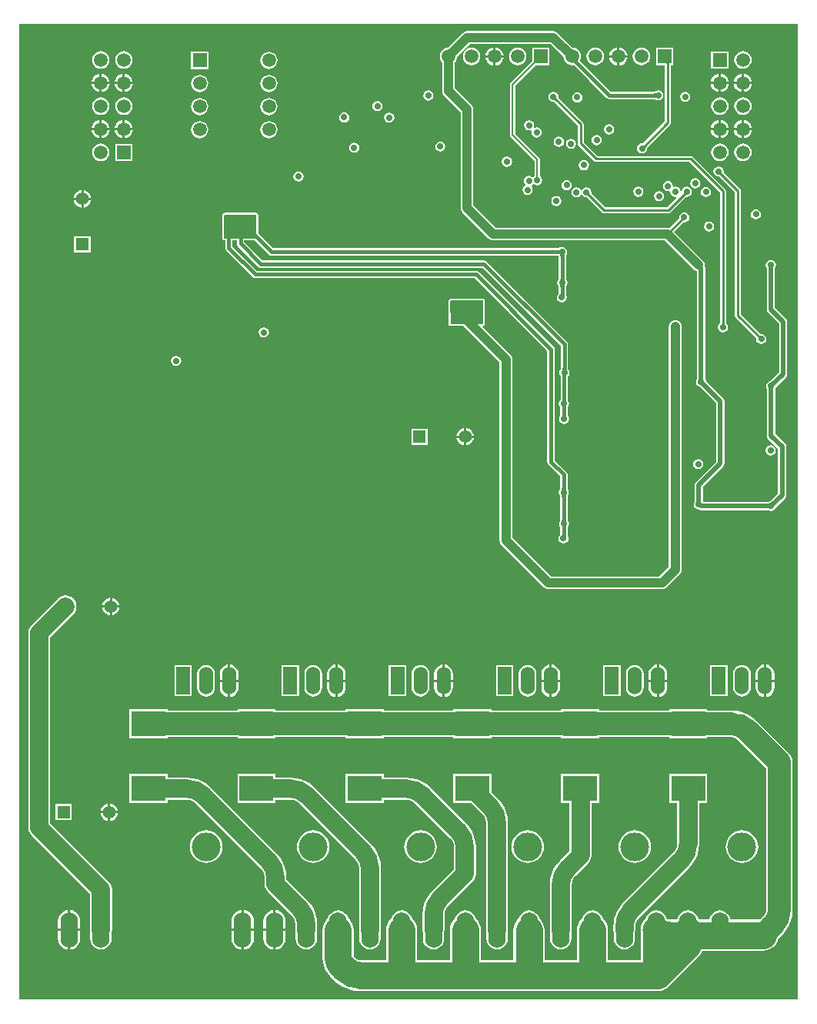
<source format=gbl>
G04*
G04 #@! TF.GenerationSoftware,Altium Limited,Altium Designer,20.0.13 (296)*
G04*
G04 Layer_Physical_Order=4*
G04 Layer_Color=16711680*
%FSLAX44Y44*%
%MOMM*%
G71*
G01*
G75*
%ADD11C,0.2500*%
%ADD12C,0.2000*%
%ADD35R,3.8100X2.7940*%
%ADD70C,3.0000*%
%ADD71C,2.0000*%
%ADD74C,0.4000*%
%ADD75C,1.0000*%
%ADD76C,0.5000*%
%ADD77C,1.5000*%
%ADD78R,1.5000X1.5000*%
%ADD79O,1.9304X3.8608*%
%ADD80O,1.5240X3.0480*%
%ADD81R,1.5240X3.0480*%
%ADD82C,3.1750*%
%ADD83C,1.4000*%
%ADD84R,1.4000X1.4000*%
%ADD85R,1.4000X1.4000*%
%ADD86R,1.5000X1.5000*%
%ADD87C,0.7000*%
%ADD88C,0.8000*%
%ADD89C,2.5000*%
G36*
X860182Y3569D02*
X3569D01*
Y1076431D01*
X860181D01*
X860182Y3569D01*
D02*
G37*
%LPC*%
G36*
X663920Y1050709D02*
Y1042020D01*
X672609D01*
X672432Y1043371D01*
X671420Y1045813D01*
X669811Y1047911D01*
X667713Y1049520D01*
X665271Y1050532D01*
X663920Y1050709D01*
D02*
G37*
G36*
X527770Y1050709D02*
Y1042020D01*
X536459D01*
X536282Y1043371D01*
X535270Y1045813D01*
X533661Y1047911D01*
X531563Y1049520D01*
X529121Y1050532D01*
X527770Y1050709D01*
D02*
G37*
G36*
X525230Y1050709D02*
X523879Y1050532D01*
X521437Y1049520D01*
X519339Y1047911D01*
X517730Y1045813D01*
X516718Y1043371D01*
X516541Y1042020D01*
X525230D01*
Y1050709D01*
D02*
G37*
G36*
X661380Y1050709D02*
X660029Y1050532D01*
X657587Y1049520D01*
X655489Y1047911D01*
X653880Y1045813D01*
X652868Y1043371D01*
X652691Y1042020D01*
X661380D01*
Y1050709D01*
D02*
G37*
G36*
X688050Y1050332D02*
X685570Y1050005D01*
X683259Y1049048D01*
X681275Y1047525D01*
X679752Y1045541D01*
X678795Y1043230D01*
X678468Y1040750D01*
X678795Y1038270D01*
X679752Y1035959D01*
X681275Y1033975D01*
X683259Y1032452D01*
X685570Y1031495D01*
X688050Y1031168D01*
X690530Y1031495D01*
X692841Y1032452D01*
X694826Y1033975D01*
X696348Y1035959D01*
X697306Y1038270D01*
X697632Y1040750D01*
X697306Y1043230D01*
X696348Y1045541D01*
X694826Y1047525D01*
X692841Y1049048D01*
X690530Y1050005D01*
X688050Y1050332D01*
D02*
G37*
G36*
X637250D02*
X634770Y1050005D01*
X632459Y1049048D01*
X630475Y1047525D01*
X628952Y1045541D01*
X627995Y1043230D01*
X627668Y1040750D01*
X627995Y1038270D01*
X628952Y1035959D01*
X630475Y1033975D01*
X632459Y1032452D01*
X634770Y1031495D01*
X637250Y1031168D01*
X639730Y1031495D01*
X642041Y1032452D01*
X644025Y1033975D01*
X645548Y1035959D01*
X646506Y1038270D01*
X646832Y1040750D01*
X646506Y1043230D01*
X645548Y1045541D01*
X644025Y1047525D01*
X642041Y1049048D01*
X639730Y1050005D01*
X637250Y1050332D01*
D02*
G37*
G36*
X551900D02*
X549420Y1050005D01*
X547109Y1049048D01*
X545125Y1047525D01*
X543602Y1045541D01*
X542645Y1043230D01*
X542318Y1040750D01*
X542645Y1038270D01*
X543602Y1035959D01*
X545125Y1033975D01*
X547109Y1032452D01*
X549420Y1031495D01*
X551900Y1031168D01*
X554380Y1031495D01*
X556691Y1032452D01*
X558675Y1033975D01*
X560198Y1035959D01*
X561155Y1038270D01*
X561482Y1040750D01*
X561155Y1043230D01*
X560198Y1045541D01*
X558675Y1047525D01*
X556691Y1049048D01*
X554380Y1050005D01*
X551900Y1050332D01*
D02*
G37*
G36*
X501100D02*
X498620Y1050005D01*
X496309Y1049048D01*
X494324Y1047525D01*
X492802Y1045541D01*
X491844Y1043230D01*
X491518Y1040750D01*
X491844Y1038270D01*
X492802Y1035959D01*
X494324Y1033975D01*
X496309Y1032452D01*
X498620Y1031495D01*
X501100Y1031168D01*
X503580Y1031495D01*
X505891Y1032452D01*
X507875Y1033975D01*
X509398Y1035959D01*
X510355Y1038270D01*
X510682Y1040750D01*
X510355Y1043230D01*
X509398Y1045541D01*
X507875Y1047525D01*
X505891Y1049048D01*
X503580Y1050005D01*
X501100Y1050332D01*
D02*
G37*
G36*
X672609Y1039480D02*
X663920D01*
Y1030791D01*
X665271Y1030968D01*
X667713Y1031980D01*
X669811Y1033589D01*
X671420Y1035687D01*
X672432Y1038129D01*
X672609Y1039480D01*
D02*
G37*
G36*
X525230D02*
X516541D01*
X516718Y1038129D01*
X517730Y1035687D01*
X519339Y1033589D01*
X521437Y1031980D01*
X523879Y1030968D01*
X525230Y1030791D01*
Y1039480D01*
D02*
G37*
G36*
X536459D02*
X527770D01*
Y1030790D01*
X529121Y1030968D01*
X531563Y1031980D01*
X533661Y1033589D01*
X535270Y1035687D01*
X536282Y1038129D01*
X536459Y1039480D01*
D02*
G37*
G36*
X661380D02*
X652691D01*
X652868Y1038129D01*
X653880Y1035687D01*
X655489Y1033589D01*
X657587Y1031980D01*
X660029Y1030968D01*
X661380Y1030790D01*
Y1039480D01*
D02*
G37*
G36*
X783850Y1046500D02*
X764850D01*
Y1027500D01*
X783850D01*
Y1046500D01*
D02*
G37*
G36*
X799750Y1046582D02*
X797270Y1046255D01*
X794959Y1045298D01*
X792974Y1043775D01*
X791452Y1041791D01*
X790495Y1039480D01*
X790168Y1037000D01*
X790495Y1034520D01*
X791452Y1032209D01*
X792974Y1030225D01*
X794959Y1028702D01*
X797270Y1027745D01*
X799750Y1027418D01*
X802230Y1027745D01*
X804541Y1028702D01*
X806525Y1030225D01*
X808048Y1032209D01*
X809005Y1034520D01*
X809332Y1037000D01*
X809005Y1039480D01*
X808048Y1041791D01*
X806525Y1043775D01*
X804541Y1045298D01*
X802230Y1046255D01*
X799750Y1046582D01*
D02*
G37*
G36*
X118400D02*
X115920Y1046255D01*
X113609Y1045298D01*
X111624Y1043775D01*
X110102Y1041791D01*
X109144Y1039480D01*
X108818Y1037000D01*
X109144Y1034520D01*
X110102Y1032209D01*
X111624Y1030225D01*
X113609Y1028702D01*
X115920Y1027745D01*
X118400Y1027418D01*
X120880Y1027745D01*
X123191Y1028702D01*
X125175Y1030225D01*
X126698Y1032209D01*
X127655Y1034520D01*
X127982Y1037000D01*
X127655Y1039480D01*
X126698Y1041791D01*
X125175Y1043775D01*
X123191Y1045298D01*
X120880Y1046255D01*
X118400Y1046582D01*
D02*
G37*
G36*
X93000D02*
X90520Y1046255D01*
X88209Y1045298D01*
X86224Y1043775D01*
X84702Y1041791D01*
X83744Y1039480D01*
X83418Y1037000D01*
X83744Y1034520D01*
X84702Y1032209D01*
X86224Y1030225D01*
X88209Y1028702D01*
X90520Y1027745D01*
X93000Y1027418D01*
X95480Y1027745D01*
X97791Y1028702D01*
X99775Y1030225D01*
X101298Y1032209D01*
X102255Y1034520D01*
X102582Y1037000D01*
X102255Y1039480D01*
X101298Y1041791D01*
X99775Y1043775D01*
X97791Y1045298D01*
X95480Y1046255D01*
X93000Y1046582D01*
D02*
G37*
G36*
X211400Y1045850D02*
X192400D01*
Y1026850D01*
X211400D01*
Y1045850D01*
D02*
G37*
G36*
X278100Y1045932D02*
X275620Y1045605D01*
X273309Y1044648D01*
X271325Y1043125D01*
X269802Y1041141D01*
X268845Y1038830D01*
X268518Y1036350D01*
X268845Y1033870D01*
X269802Y1031559D01*
X271325Y1029575D01*
X273309Y1028052D01*
X275620Y1027094D01*
X278100Y1026768D01*
X280580Y1027094D01*
X282891Y1028052D01*
X284876Y1029575D01*
X286398Y1031559D01*
X287355Y1033870D01*
X287682Y1036350D01*
X287355Y1038830D01*
X286398Y1041141D01*
X284876Y1043125D01*
X282891Y1044648D01*
X280580Y1045605D01*
X278100Y1045932D01*
D02*
G37*
G36*
X801020Y1021559D02*
Y1012870D01*
X809709D01*
X809532Y1014221D01*
X808520Y1016663D01*
X806911Y1018761D01*
X804813Y1020370D01*
X802371Y1021382D01*
X801020Y1021559D01*
D02*
G37*
G36*
X775620D02*
Y1012870D01*
X784309D01*
X784132Y1014221D01*
X783120Y1016663D01*
X781511Y1018761D01*
X779413Y1020370D01*
X776971Y1021382D01*
X775620Y1021559D01*
D02*
G37*
G36*
X798480D02*
X797129Y1021382D01*
X794687Y1020370D01*
X792589Y1018761D01*
X790980Y1016663D01*
X789968Y1014221D01*
X789791Y1012870D01*
X798480D01*
Y1021559D01*
D02*
G37*
G36*
X773080D02*
X771729Y1021382D01*
X769287Y1020370D01*
X767189Y1018761D01*
X765580Y1016663D01*
X764568Y1014221D01*
X764391Y1012870D01*
X773080D01*
Y1021559D01*
D02*
G37*
G36*
X119670D02*
Y1012870D01*
X128359D01*
X128182Y1014221D01*
X127170Y1016663D01*
X125561Y1018761D01*
X123463Y1020370D01*
X121021Y1021382D01*
X119670Y1021559D01*
D02*
G37*
G36*
X94270D02*
Y1012870D01*
X102959D01*
X102782Y1014221D01*
X101770Y1016663D01*
X100161Y1018761D01*
X98063Y1020370D01*
X95621Y1021382D01*
X94270Y1021559D01*
D02*
G37*
G36*
X117130D02*
X115779Y1021382D01*
X113337Y1020370D01*
X111239Y1018761D01*
X109630Y1016663D01*
X108618Y1014221D01*
X108441Y1012870D01*
X117130D01*
Y1021559D01*
D02*
G37*
G36*
X91730D02*
X90379Y1021382D01*
X87937Y1020370D01*
X85839Y1018761D01*
X84230Y1016663D01*
X83218Y1014221D01*
X83041Y1012870D01*
X91730D01*
Y1021559D01*
D02*
G37*
G36*
X128359Y1010330D02*
X119670D01*
Y1001641D01*
X121021Y1001818D01*
X123463Y1002830D01*
X125561Y1004439D01*
X127170Y1006537D01*
X128182Y1008979D01*
X128359Y1010330D01*
D02*
G37*
G36*
X102959D02*
X94270D01*
Y1001641D01*
X95621Y1001818D01*
X98063Y1002830D01*
X100161Y1004439D01*
X101770Y1006537D01*
X102782Y1008979D01*
X102959Y1010330D01*
D02*
G37*
G36*
X809709Y1010330D02*
X801020D01*
Y1001641D01*
X802371Y1001818D01*
X804813Y1002830D01*
X806911Y1004439D01*
X808520Y1006537D01*
X809532Y1008979D01*
X809709Y1010330D01*
D02*
G37*
G36*
X784309D02*
X775620D01*
Y1001641D01*
X776971Y1001818D01*
X779413Y1002830D01*
X781511Y1004439D01*
X783120Y1006537D01*
X784132Y1008979D01*
X784309Y1010330D01*
D02*
G37*
G36*
X798480D02*
X789790D01*
X789968Y1008979D01*
X790980Y1006537D01*
X792589Y1004439D01*
X794687Y1002830D01*
X797129Y1001818D01*
X798480Y1001641D01*
Y1010330D01*
D02*
G37*
G36*
X773080D02*
X764390D01*
X764568Y1008979D01*
X765580Y1006537D01*
X767189Y1004439D01*
X769287Y1002830D01*
X771729Y1001818D01*
X773080Y1001641D01*
Y1010330D01*
D02*
G37*
G36*
X117130Y1010330D02*
X108441D01*
X108618Y1008979D01*
X109630Y1006537D01*
X111239Y1004439D01*
X113337Y1002830D01*
X115779Y1001818D01*
X117130Y1001641D01*
Y1010330D01*
D02*
G37*
G36*
X91730D02*
X83041D01*
X83218Y1008979D01*
X84230Y1006537D01*
X85839Y1004439D01*
X87937Y1002830D01*
X90379Y1001818D01*
X91730Y1001641D01*
Y1010330D01*
D02*
G37*
G36*
X278100Y1020532D02*
X275620Y1020206D01*
X273309Y1019248D01*
X271325Y1017725D01*
X269802Y1015741D01*
X268845Y1013430D01*
X268518Y1010950D01*
X268845Y1008470D01*
X269802Y1006159D01*
X271325Y1004174D01*
X273309Y1002652D01*
X275620Y1001694D01*
X278100Y1001368D01*
X280580Y1001694D01*
X282891Y1002652D01*
X284876Y1004174D01*
X286398Y1006159D01*
X287355Y1008470D01*
X287682Y1010950D01*
X287355Y1013430D01*
X286398Y1015741D01*
X284876Y1017725D01*
X282891Y1019248D01*
X280580Y1020206D01*
X278100Y1020532D01*
D02*
G37*
G36*
X201900D02*
X199420Y1020206D01*
X197109Y1019248D01*
X195125Y1017725D01*
X193602Y1015741D01*
X192645Y1013430D01*
X192318Y1010950D01*
X192645Y1008470D01*
X193602Y1006159D01*
X195125Y1004174D01*
X197109Y1002652D01*
X199420Y1001694D01*
X201900Y1001368D01*
X204380Y1001694D01*
X206691Y1002652D01*
X208675Y1004174D01*
X210198Y1006159D01*
X211155Y1008470D01*
X211482Y1010950D01*
X211155Y1013430D01*
X210198Y1015741D01*
X208675Y1017725D01*
X206691Y1019248D01*
X204380Y1020206D01*
X201900Y1020532D01*
D02*
G37*
G36*
X591100Y1068560D02*
X496450D01*
X494623Y1068320D01*
X492920Y1067615D01*
X491458Y1066492D01*
X475236Y1050271D01*
X473220Y1050005D01*
X470909Y1049048D01*
X468924Y1047525D01*
X467402Y1045541D01*
X466445Y1043230D01*
X466118Y1040750D01*
X466445Y1038270D01*
X467402Y1035959D01*
X468640Y1034346D01*
Y1002550D01*
X468880Y1000723D01*
X469585Y999020D01*
X470708Y997558D01*
X488940Y979325D01*
Y929000D01*
Y874500D01*
X489180Y872673D01*
X489885Y870970D01*
X491008Y869508D01*
X520008Y840508D01*
X521470Y839386D01*
X523173Y838680D01*
X525000Y838440D01*
X713826D01*
X745508Y806758D01*
X746970Y805636D01*
X748673Y804930D01*
X749215Y804859D01*
Y685836D01*
X748623Y684949D01*
X748196Y682803D01*
X748623Y680657D01*
X749838Y678838D01*
X751657Y677622D01*
X752704Y677414D01*
X770412Y659706D01*
Y595150D01*
X748006Y572744D01*
X747011Y571256D01*
X746662Y569500D01*
Y551033D01*
X746069Y550146D01*
X745642Y548000D01*
X746069Y545854D01*
X747285Y544035D01*
X749104Y542819D01*
X751200Y542402D01*
X751785Y542011D01*
X753541Y541662D01*
X827717D01*
X828604Y541069D01*
X830750Y540642D01*
X832896Y541069D01*
X834715Y542285D01*
X835931Y544104D01*
X836139Y545150D01*
X846244Y555256D01*
X847239Y556744D01*
X847588Y558500D01*
Y611500D01*
X847239Y613256D01*
X846244Y614744D01*
X835338Y625650D01*
Y675217D01*
X835931Y676104D01*
X836139Y677150D01*
X847244Y688256D01*
X848239Y689744D01*
X848588Y691500D01*
Y749250D01*
X848239Y751006D01*
X847244Y752494D01*
X835088Y764650D01*
Y808217D01*
X835681Y809104D01*
X836108Y811250D01*
X835681Y813396D01*
X834465Y815215D01*
X832646Y816431D01*
X830500Y816858D01*
X828354Y816431D01*
X826535Y815215D01*
X825319Y813396D01*
X824892Y811250D01*
X825319Y809104D01*
X825912Y808217D01*
Y762750D01*
X826261Y760994D01*
X827256Y759506D01*
X839412Y747349D01*
Y693400D01*
X829650Y683639D01*
X828604Y683431D01*
X826785Y682215D01*
X825569Y680396D01*
X825142Y678250D01*
X825569Y676104D01*
X826162Y675217D01*
Y623750D01*
X826511Y621994D01*
X827506Y620506D01*
X838412Y609599D01*
Y560401D01*
X829650Y551639D01*
X828604Y551431D01*
X827717Y550838D01*
X755968D01*
X755838Y551033D01*
Y567599D01*
X778244Y590006D01*
X779239Y591494D01*
X779588Y593250D01*
Y661607D01*
X779239Y663362D01*
X778244Y664851D01*
X759192Y683903D01*
X758984Y684949D01*
X758391Y685836D01*
Y807905D01*
X758042Y809661D01*
X757410Y810608D01*
X757560Y811750D01*
X757320Y813577D01*
X756615Y815280D01*
X755492Y816742D01*
X724085Y848149D01*
X734273Y858337D01*
X735250Y858142D01*
X737396Y858569D01*
X739215Y859785D01*
X740431Y861604D01*
X740858Y863750D01*
X740431Y865896D01*
X739215Y867715D01*
X737396Y868931D01*
X735250Y869358D01*
X733104Y868931D01*
X731285Y867715D01*
X730069Y865896D01*
X729642Y863750D01*
X729754Y863190D01*
X718794Y852230D01*
X718577Y852320D01*
X716750Y852560D01*
X527924D01*
X503060Y877424D01*
Y929000D01*
Y982250D01*
X502820Y984077D01*
X502114Y985780D01*
X500992Y987243D01*
X482760Y1005474D01*
Y1034346D01*
X483998Y1035959D01*
X484955Y1038270D01*
X485221Y1040286D01*
X499375Y1054440D01*
X588176D01*
X602329Y1040286D01*
X602595Y1038270D01*
X603552Y1035959D01*
X605075Y1033975D01*
X607059Y1032452D01*
X609370Y1031495D01*
X611850Y1031168D01*
X613365Y1031367D01*
X630866Y1013866D01*
X630866Y1013866D01*
X649616Y995116D01*
X650939Y994232D01*
X652500Y993922D01*
X652500Y993922D01*
X702432D01*
X702655Y993902D01*
X702756Y993887D01*
X704354Y992819D01*
X706500Y992392D01*
X708646Y992819D01*
X710465Y994035D01*
X711681Y995854D01*
X712108Y998000D01*
X711681Y1000146D01*
X710465Y1001965D01*
X708646Y1003181D01*
X706500Y1003608D01*
X704354Y1003181D01*
X702756Y1002113D01*
X702673Y1002101D01*
X702352Y1002078D01*
X654189D01*
X636634Y1019634D01*
X636634Y1019634D01*
X620195Y1036072D01*
X621105Y1038270D01*
X621432Y1040750D01*
X621105Y1043230D01*
X620148Y1045541D01*
X618625Y1047525D01*
X616641Y1049048D01*
X614330Y1050005D01*
X612314Y1050271D01*
X596092Y1066492D01*
X594630Y1067615D01*
X592927Y1068320D01*
X591100Y1068560D01*
D02*
G37*
G36*
X453500Y1003358D02*
X451354Y1002931D01*
X449535Y1001715D01*
X448319Y999896D01*
X447892Y997750D01*
X448319Y995604D01*
X449535Y993785D01*
X451354Y992569D01*
X453500Y992142D01*
X455646Y992569D01*
X457465Y993785D01*
X458681Y995604D01*
X459108Y997750D01*
X458681Y999896D01*
X457465Y1001715D01*
X455646Y1002931D01*
X453500Y1003358D01*
D02*
G37*
G36*
X736250Y1001858D02*
X734104Y1001431D01*
X732285Y1000215D01*
X731069Y998396D01*
X730642Y996250D01*
X731069Y994104D01*
X732285Y992285D01*
X734104Y991069D01*
X736250Y990642D01*
X738396Y991069D01*
X740215Y992285D01*
X741431Y994104D01*
X741858Y996250D01*
X741431Y998396D01*
X740215Y1000215D01*
X738396Y1001431D01*
X736250Y1001858D01*
D02*
G37*
G36*
X617500Y1001358D02*
X615354Y1000931D01*
X613535Y999715D01*
X612319Y997896D01*
X611892Y995750D01*
X612319Y993604D01*
X613535Y991785D01*
X615354Y990569D01*
X617500Y990142D01*
X619646Y990569D01*
X621465Y991785D01*
X622681Y993604D01*
X623108Y995750D01*
X622681Y997896D01*
X621465Y999715D01*
X619646Y1000931D01*
X617500Y1001358D01*
D02*
G37*
G36*
X397500Y991858D02*
X395354Y991431D01*
X393535Y990215D01*
X392319Y988396D01*
X391892Y986250D01*
X392319Y984104D01*
X393535Y982285D01*
X395354Y981069D01*
X397500Y980642D01*
X399646Y981069D01*
X401465Y982285D01*
X402681Y984104D01*
X403108Y986250D01*
X402681Y988396D01*
X401465Y990215D01*
X399646Y991431D01*
X397500Y991858D01*
D02*
G37*
G36*
X799750Y995782D02*
X797270Y995455D01*
X794959Y994498D01*
X792974Y992975D01*
X791452Y990991D01*
X790495Y988680D01*
X790168Y986200D01*
X790495Y983720D01*
X791452Y981409D01*
X792974Y979425D01*
X794959Y977902D01*
X797270Y976945D01*
X799750Y976618D01*
X802230Y976945D01*
X804541Y977902D01*
X806525Y979425D01*
X808048Y981409D01*
X809005Y983720D01*
X809332Y986200D01*
X809005Y988680D01*
X808048Y990991D01*
X806525Y992975D01*
X804541Y994498D01*
X802230Y995455D01*
X799750Y995782D01*
D02*
G37*
G36*
X774350D02*
X771870Y995455D01*
X769559Y994498D01*
X767574Y992975D01*
X766052Y990991D01*
X765095Y988680D01*
X764768Y986200D01*
X765095Y983720D01*
X766052Y981409D01*
X767574Y979425D01*
X769559Y977902D01*
X771870Y976945D01*
X774350Y976618D01*
X776830Y976945D01*
X779141Y977902D01*
X781125Y979425D01*
X782648Y981409D01*
X783605Y983720D01*
X783932Y986200D01*
X783605Y988680D01*
X782648Y990991D01*
X781125Y992975D01*
X779141Y994498D01*
X776830Y995455D01*
X774350Y995782D01*
D02*
G37*
G36*
X118400D02*
X115920Y995455D01*
X113609Y994498D01*
X111624Y992975D01*
X110102Y990991D01*
X109144Y988680D01*
X108818Y986200D01*
X109144Y983720D01*
X110102Y981409D01*
X111624Y979425D01*
X113609Y977902D01*
X115920Y976945D01*
X118400Y976618D01*
X120880Y976945D01*
X123191Y977902D01*
X125175Y979425D01*
X126698Y981409D01*
X127655Y983720D01*
X127982Y986200D01*
X127655Y988680D01*
X126698Y990991D01*
X125175Y992975D01*
X123191Y994498D01*
X120880Y995455D01*
X118400Y995782D01*
D02*
G37*
G36*
X93000D02*
X90520Y995455D01*
X88209Y994498D01*
X86224Y992975D01*
X84702Y990991D01*
X83744Y988680D01*
X83418Y986200D01*
X83744Y983720D01*
X84702Y981409D01*
X86224Y979425D01*
X88209Y977902D01*
X90520Y976945D01*
X93000Y976618D01*
X95480Y976945D01*
X97791Y977902D01*
X99775Y979425D01*
X101298Y981409D01*
X102255Y983720D01*
X102582Y986200D01*
X102255Y988680D01*
X101298Y990991D01*
X99775Y992975D01*
X97791Y994498D01*
X95480Y995455D01*
X93000Y995782D01*
D02*
G37*
G36*
X278100Y995132D02*
X275620Y994806D01*
X273309Y993848D01*
X271325Y992325D01*
X269802Y990341D01*
X268845Y988030D01*
X268518Y985550D01*
X268845Y983070D01*
X269802Y980759D01*
X271325Y978774D01*
X273309Y977252D01*
X275620Y976294D01*
X278100Y975968D01*
X280580Y976294D01*
X282891Y977252D01*
X284876Y978774D01*
X286398Y980759D01*
X287355Y983070D01*
X287682Y985550D01*
X287355Y988030D01*
X286398Y990341D01*
X284876Y992325D01*
X282891Y993848D01*
X280580Y994806D01*
X278100Y995132D01*
D02*
G37*
G36*
X201900D02*
X199420Y994806D01*
X197109Y993848D01*
X195125Y992325D01*
X193602Y990341D01*
X192645Y988030D01*
X192318Y985550D01*
X192645Y983070D01*
X193602Y980759D01*
X195125Y978774D01*
X197109Y977252D01*
X199420Y976294D01*
X201900Y975968D01*
X204380Y976294D01*
X206691Y977252D01*
X208675Y978774D01*
X210198Y980759D01*
X211155Y983070D01*
X211482Y985550D01*
X211155Y988030D01*
X210198Y990341D01*
X208675Y992325D01*
X206691Y993848D01*
X204380Y994806D01*
X201900Y995132D01*
D02*
G37*
G36*
X361000Y979358D02*
X358854Y978931D01*
X357035Y977715D01*
X355819Y975896D01*
X355392Y973750D01*
X355819Y971604D01*
X357035Y969785D01*
X358854Y968569D01*
X361000Y968142D01*
X363146Y968569D01*
X364965Y969785D01*
X366181Y971604D01*
X366608Y973750D01*
X366181Y975896D01*
X364965Y977715D01*
X363146Y978931D01*
X361000Y979358D01*
D02*
G37*
G36*
X410500Y979108D02*
X408354Y978681D01*
X406535Y977465D01*
X405319Y975646D01*
X404892Y973500D01*
X405319Y971354D01*
X406535Y969535D01*
X408354Y968319D01*
X410500Y967892D01*
X412646Y968319D01*
X414465Y969535D01*
X415681Y971354D01*
X416108Y973500D01*
X415681Y975646D01*
X414465Y977465D01*
X412646Y978681D01*
X410500Y979108D01*
D02*
G37*
G36*
X801020Y970759D02*
Y962070D01*
X809709D01*
X809532Y963421D01*
X808520Y965863D01*
X806911Y967961D01*
X804813Y969570D01*
X802371Y970582D01*
X801020Y970759D01*
D02*
G37*
G36*
X775620D02*
Y962070D01*
X784309D01*
X784132Y963421D01*
X783120Y965863D01*
X781511Y967961D01*
X779413Y969570D01*
X776971Y970582D01*
X775620Y970759D01*
D02*
G37*
G36*
X798480D02*
X797129Y970582D01*
X794687Y969570D01*
X792589Y967961D01*
X790980Y965863D01*
X789968Y963421D01*
X789791Y962070D01*
X798480D01*
Y970759D01*
D02*
G37*
G36*
X773080D02*
X771729Y970582D01*
X769287Y969570D01*
X767189Y967961D01*
X765580Y965863D01*
X764568Y963421D01*
X764391Y962070D01*
X773080D01*
Y970759D01*
D02*
G37*
G36*
X119670D02*
Y962070D01*
X128359D01*
X128182Y963421D01*
X127170Y965863D01*
X125561Y967961D01*
X123463Y969570D01*
X121021Y970582D01*
X119670Y970759D01*
D02*
G37*
G36*
X94270D02*
Y962070D01*
X102959D01*
X102782Y963421D01*
X101770Y965863D01*
X100161Y967961D01*
X98063Y969570D01*
X95621Y970582D01*
X94270Y970759D01*
D02*
G37*
G36*
X91730D02*
X90379Y970582D01*
X87937Y969570D01*
X85839Y967961D01*
X84230Y965863D01*
X83218Y963421D01*
X83041Y962070D01*
X91730D01*
Y970759D01*
D02*
G37*
G36*
X117130D02*
X115779Y970582D01*
X113337Y969570D01*
X111239Y967961D01*
X109630Y965863D01*
X108618Y963421D01*
X108441Y962070D01*
X117130D01*
Y970759D01*
D02*
G37*
G36*
X652500Y966201D02*
X650354Y965774D01*
X648535Y964558D01*
X647319Y962739D01*
X646892Y960593D01*
X647319Y958447D01*
X648535Y956628D01*
X650354Y955412D01*
X652500Y954985D01*
X654646Y955412D01*
X656465Y956628D01*
X657681Y958447D01*
X658108Y960593D01*
X657681Y962739D01*
X656465Y964558D01*
X654646Y965774D01*
X652500Y966201D01*
D02*
G37*
G36*
X564500Y970608D02*
X562354Y970181D01*
X560535Y968965D01*
X559319Y967146D01*
X558892Y965000D01*
X559319Y962854D01*
X560535Y961035D01*
X562354Y959819D01*
X564500Y959392D01*
X566409Y959772D01*
X567127Y959235D01*
X567457Y958834D01*
X567142Y957250D01*
X567569Y955104D01*
X568785Y953285D01*
X570604Y952069D01*
X572750Y951642D01*
X574896Y952069D01*
X576715Y953285D01*
X577931Y955104D01*
X578358Y957250D01*
X577931Y959396D01*
X576715Y961215D01*
X574896Y962431D01*
X572750Y962858D01*
X570841Y962478D01*
X570123Y963015D01*
X569793Y963416D01*
X570108Y965000D01*
X569681Y967146D01*
X568465Y968965D01*
X566646Y970181D01*
X564500Y970608D01*
D02*
G37*
G36*
X128359Y959530D02*
X119670D01*
Y950841D01*
X121021Y951018D01*
X123463Y952030D01*
X125561Y953639D01*
X127170Y955737D01*
X128182Y958179D01*
X128359Y959530D01*
D02*
G37*
G36*
X102959D02*
X94270D01*
Y950841D01*
X95621Y951018D01*
X98063Y952030D01*
X100161Y953639D01*
X101770Y955737D01*
X102782Y958179D01*
X102959Y959530D01*
D02*
G37*
G36*
X809709Y959530D02*
X801020D01*
Y950841D01*
X802371Y951018D01*
X804813Y952030D01*
X806911Y953639D01*
X808520Y955737D01*
X809532Y958179D01*
X809709Y959530D01*
D02*
G37*
G36*
X784309D02*
X775620D01*
Y950841D01*
X776971Y951018D01*
X779413Y952030D01*
X781511Y953639D01*
X783120Y955737D01*
X784132Y958179D01*
X784309Y959530D01*
D02*
G37*
G36*
X798480D02*
X789790D01*
X789968Y958179D01*
X790980Y955737D01*
X792589Y953639D01*
X794687Y952030D01*
X797129Y951018D01*
X798480Y950841D01*
Y959530D01*
D02*
G37*
G36*
X773080D02*
X764390D01*
X764568Y958179D01*
X765580Y955737D01*
X767189Y953639D01*
X769287Y952030D01*
X771729Y951018D01*
X773080Y950841D01*
Y959530D01*
D02*
G37*
G36*
X117130Y959530D02*
X108441D01*
X108618Y958179D01*
X109630Y955737D01*
X111239Y953639D01*
X113337Y952030D01*
X115779Y951018D01*
X117130Y950841D01*
Y959530D01*
D02*
G37*
G36*
X91730D02*
X83041D01*
X83218Y958179D01*
X84230Y955737D01*
X85839Y953639D01*
X87937Y952030D01*
X90379Y951018D01*
X91730Y950841D01*
Y959530D01*
D02*
G37*
G36*
X278100Y969732D02*
X275620Y969406D01*
X273309Y968448D01*
X271325Y966925D01*
X269802Y964941D01*
X268845Y962630D01*
X268518Y960150D01*
X268845Y957670D01*
X269802Y955359D01*
X271325Y953374D01*
X273309Y951852D01*
X275620Y950894D01*
X278100Y950568D01*
X280580Y950894D01*
X282891Y951852D01*
X284876Y953374D01*
X286398Y955359D01*
X287355Y957670D01*
X287682Y960150D01*
X287355Y962630D01*
X286398Y964941D01*
X284876Y966925D01*
X282891Y968448D01*
X280580Y969406D01*
X278100Y969732D01*
D02*
G37*
G36*
X201900D02*
X199420Y969406D01*
X197109Y968448D01*
X195125Y966925D01*
X193602Y964941D01*
X192645Y962630D01*
X192318Y960150D01*
X192645Y957670D01*
X193602Y955359D01*
X195125Y953374D01*
X197109Y951852D01*
X199420Y950894D01*
X201900Y950568D01*
X204380Y950894D01*
X206691Y951852D01*
X208675Y953374D01*
X210198Y955359D01*
X211155Y957670D01*
X211482Y960150D01*
X211155Y962630D01*
X210198Y964941D01*
X208675Y966925D01*
X206691Y968448D01*
X204380Y969406D01*
X201900Y969732D01*
D02*
G37*
G36*
X722950Y1050250D02*
X703950D01*
Y1031250D01*
X713936D01*
Y969622D01*
X689519Y945205D01*
X688750Y945358D01*
X686604Y944931D01*
X684785Y943715D01*
X683569Y941896D01*
X683142Y939750D01*
X683569Y937604D01*
X684785Y935785D01*
X686604Y934569D01*
X688750Y934142D01*
X690896Y934569D01*
X692715Y935785D01*
X693931Y937604D01*
X694358Y939750D01*
X694205Y940519D01*
X719593Y965907D01*
X720311Y966982D01*
X720564Y968250D01*
Y1031250D01*
X722950D01*
Y1050250D01*
D02*
G37*
G36*
X638750Y954358D02*
X636604Y953931D01*
X634785Y952715D01*
X633569Y950896D01*
X633142Y948750D01*
X633569Y946604D01*
X634785Y944785D01*
X636604Y943569D01*
X638750Y943142D01*
X640896Y943569D01*
X642715Y944785D01*
X643931Y946604D01*
X644358Y948750D01*
X643931Y950896D01*
X642715Y952715D01*
X640896Y953931D01*
X638750Y954358D01*
D02*
G37*
G36*
X597250Y952608D02*
X595104Y952181D01*
X593285Y950965D01*
X592069Y949146D01*
X591642Y947000D01*
X592069Y944854D01*
X593285Y943035D01*
X595104Y941819D01*
X597250Y941392D01*
X599396Y941819D01*
X601215Y943035D01*
X602431Y944854D01*
X602858Y947000D01*
X602431Y949146D01*
X601215Y950965D01*
X599396Y952181D01*
X597250Y952608D01*
D02*
G37*
G36*
X610500Y950358D02*
X608354Y949931D01*
X606535Y948715D01*
X605319Y946896D01*
X604892Y944750D01*
X605319Y942604D01*
X606535Y940785D01*
X608354Y939569D01*
X610500Y939142D01*
X612646Y939569D01*
X614465Y940785D01*
X615681Y942604D01*
X616108Y944750D01*
X615681Y946896D01*
X614465Y948715D01*
X612646Y949931D01*
X610500Y950358D01*
D02*
G37*
G36*
X466750Y947358D02*
X464604Y946931D01*
X462785Y945715D01*
X461569Y943896D01*
X461142Y941750D01*
X461569Y939604D01*
X462785Y937785D01*
X464604Y936569D01*
X466750Y936142D01*
X468896Y936569D01*
X470715Y937785D01*
X471931Y939604D01*
X472358Y941750D01*
X471931Y943896D01*
X470715Y945715D01*
X468896Y946931D01*
X466750Y947358D01*
D02*
G37*
G36*
X372000Y946108D02*
X369854Y945681D01*
X368035Y944465D01*
X366819Y942646D01*
X366392Y940500D01*
X366819Y938354D01*
X368035Y936535D01*
X369854Y935319D01*
X372000Y934892D01*
X374146Y935319D01*
X375965Y936535D01*
X377181Y938354D01*
X377608Y940500D01*
X377181Y942646D01*
X375965Y944465D01*
X374146Y945681D01*
X372000Y946108D01*
D02*
G37*
G36*
X127900Y944900D02*
X108900D01*
Y925900D01*
X127900D01*
Y944900D01*
D02*
G37*
G36*
X799750Y944982D02*
X797270Y944656D01*
X794959Y943698D01*
X792974Y942176D01*
X791452Y940191D01*
X790495Y937880D01*
X790168Y935400D01*
X790495Y932920D01*
X791452Y930609D01*
X792974Y928625D01*
X794959Y927102D01*
X797270Y926145D01*
X799750Y925818D01*
X802230Y926145D01*
X804541Y927102D01*
X806525Y928625D01*
X808048Y930609D01*
X809005Y932920D01*
X809332Y935400D01*
X809005Y937880D01*
X808048Y940191D01*
X806525Y942176D01*
X804541Y943698D01*
X802230Y944656D01*
X799750Y944982D01*
D02*
G37*
G36*
X774350D02*
X771870Y944656D01*
X769559Y943698D01*
X767574Y942176D01*
X766052Y940191D01*
X765095Y937880D01*
X764768Y935400D01*
X765095Y932920D01*
X766052Y930609D01*
X767574Y928625D01*
X769559Y927102D01*
X771870Y926145D01*
X774350Y925818D01*
X776830Y926145D01*
X779141Y927102D01*
X781125Y928625D01*
X782648Y930609D01*
X783605Y932920D01*
X783932Y935400D01*
X783605Y937880D01*
X782648Y940191D01*
X781125Y942176D01*
X779141Y943698D01*
X776830Y944656D01*
X774350Y944982D01*
D02*
G37*
G36*
X93000D02*
X90520Y944656D01*
X88209Y943698D01*
X86224Y942176D01*
X84702Y940191D01*
X83744Y937880D01*
X83418Y935400D01*
X83744Y932920D01*
X84702Y930609D01*
X86224Y928625D01*
X88209Y927102D01*
X90520Y926145D01*
X93000Y925818D01*
X95480Y926145D01*
X97791Y927102D01*
X99775Y928625D01*
X101298Y930609D01*
X102255Y932920D01*
X102582Y935400D01*
X102255Y937880D01*
X101298Y940191D01*
X99775Y942176D01*
X97791Y943698D01*
X95480Y944656D01*
X93000Y944982D01*
D02*
G37*
G36*
X540000Y930608D02*
X537854Y930181D01*
X536035Y928965D01*
X534819Y927146D01*
X534392Y925000D01*
X534819Y922854D01*
X536035Y921035D01*
X537854Y919819D01*
X540000Y919392D01*
X542146Y919819D01*
X543965Y921035D01*
X545181Y922854D01*
X545608Y925000D01*
X545181Y927146D01*
X543965Y928965D01*
X542146Y930181D01*
X540000Y930608D01*
D02*
G37*
G36*
X624750Y926858D02*
X622604Y926431D01*
X620785Y925215D01*
X619569Y923396D01*
X619142Y921250D01*
X619569Y919104D01*
X620785Y917285D01*
X622604Y916069D01*
X624750Y915642D01*
X626896Y916069D01*
X628715Y917285D01*
X629931Y919104D01*
X630358Y921250D01*
X629931Y923396D01*
X628715Y925215D01*
X626896Y926431D01*
X624750Y926858D01*
D02*
G37*
G36*
X586800Y1050250D02*
X567800D01*
Y1035576D01*
X544087Y1011863D01*
X543424Y1010871D01*
X543191Y1009700D01*
X543191Y1009700D01*
Y954500D01*
X543191Y954500D01*
X543424Y953329D01*
X544087Y952337D01*
X570219Y926205D01*
Y909115D01*
X569313Y908509D01*
X569204Y908347D01*
X567551Y908159D01*
X566396Y908931D01*
X564250Y909358D01*
X562104Y908931D01*
X560285Y907715D01*
X559069Y905896D01*
X558642Y903750D01*
X559069Y901604D01*
X560010Y900195D01*
X560270Y899752D01*
X559753Y898612D01*
X558785Y897965D01*
X557569Y896146D01*
X557142Y894000D01*
X557569Y891854D01*
X558785Y890035D01*
X560604Y888819D01*
X562750Y888392D01*
X564896Y888819D01*
X566715Y890035D01*
X567931Y891854D01*
X568358Y894000D01*
X567931Y896146D01*
X566990Y897555D01*
X566730Y897998D01*
X567247Y899138D01*
X568215Y899785D01*
X568324Y899947D01*
X569977Y900135D01*
X571132Y899363D01*
X573278Y898936D01*
X575424Y899363D01*
X577243Y900579D01*
X578459Y902398D01*
X578886Y904544D01*
X578459Y906690D01*
X577243Y908509D01*
X576337Y909115D01*
Y927472D01*
X576337Y927472D01*
X576104Y928643D01*
X575441Y929635D01*
X575441Y929635D01*
X549309Y955767D01*
Y1008433D01*
X572126Y1031250D01*
X586800D01*
Y1050250D01*
D02*
G37*
G36*
X310750Y914358D02*
X308604Y913931D01*
X306785Y912715D01*
X305569Y910896D01*
X305142Y908750D01*
X305569Y906604D01*
X306785Y904785D01*
X308604Y903569D01*
X310750Y903142D01*
X312896Y903569D01*
X314715Y904785D01*
X315931Y906604D01*
X316358Y908750D01*
X315931Y910896D01*
X314715Y912715D01*
X312896Y913931D01*
X310750Y914358D01*
D02*
G37*
G36*
X747250Y906858D02*
X745104Y906431D01*
X743285Y905215D01*
X742069Y903396D01*
X741642Y901250D01*
X742069Y899104D01*
X743285Y897285D01*
X745104Y896069D01*
X747250Y895642D01*
X749396Y896069D01*
X751215Y897285D01*
X752431Y899104D01*
X752858Y901250D01*
X752431Y903396D01*
X751215Y905215D01*
X749396Y906431D01*
X747250Y906858D01*
D02*
G37*
G36*
X605750Y904858D02*
X603604Y904431D01*
X601785Y903215D01*
X600569Y901396D01*
X600142Y899250D01*
X600569Y897104D01*
X601785Y895285D01*
X603604Y894069D01*
X605750Y893642D01*
X607896Y894069D01*
X609715Y895285D01*
X610931Y897104D01*
X611358Y899250D01*
X610931Y901396D01*
X609715Y903215D01*
X607896Y904431D01*
X605750Y904858D01*
D02*
G37*
G36*
X684727Y897631D02*
X682581Y897204D01*
X680762Y895988D01*
X679546Y894169D01*
X679119Y892023D01*
X679546Y889877D01*
X680762Y888058D01*
X682581Y886842D01*
X684727Y886415D01*
X686873Y886842D01*
X688692Y888058D01*
X689908Y889877D01*
X690335Y892023D01*
X689908Y894169D01*
X688692Y895988D01*
X686873Y897204D01*
X684727Y897631D01*
D02*
G37*
G36*
X759000Y897358D02*
X756854Y896931D01*
X755035Y895715D01*
X753819Y893896D01*
X753392Y891750D01*
X753819Y889604D01*
X755035Y887785D01*
X756854Y886569D01*
X759000Y886142D01*
X761146Y886569D01*
X762965Y887785D01*
X764181Y889604D01*
X764608Y891750D01*
X764181Y893896D01*
X762965Y895715D01*
X761146Y896931D01*
X759000Y897358D01*
D02*
G37*
G36*
X74020Y893455D02*
Y885270D01*
X82205D01*
X82044Y886490D01*
X81083Y888811D01*
X79554Y890804D01*
X77561Y892333D01*
X75240Y893295D01*
X74020Y893455D01*
D02*
G37*
G36*
X71480Y893455D02*
X70259Y893295D01*
X67939Y892333D01*
X65946Y890804D01*
X64417Y888811D01*
X63456Y886490D01*
X63295Y885270D01*
X71480D01*
Y893455D01*
D02*
G37*
G36*
X707534Y892651D02*
X705388Y892224D01*
X703569Y891009D01*
X702354Y889189D01*
X701927Y887043D01*
X702354Y884897D01*
X703569Y883078D01*
X705388Y881862D01*
X707534Y881435D01*
X709680Y881862D01*
X711500Y883078D01*
X712715Y884897D01*
X713142Y887043D01*
X712715Y889189D01*
X711500Y891009D01*
X709680Y892224D01*
X707534Y892651D01*
D02*
G37*
G36*
X594441Y887299D02*
X592295Y886872D01*
X590476Y885657D01*
X589261Y883838D01*
X588834Y881692D01*
X589261Y879546D01*
X590476Y877726D01*
X592295Y876511D01*
X594441Y876084D01*
X596587Y876511D01*
X598407Y877726D01*
X599622Y879546D01*
X600049Y881692D01*
X599622Y883838D01*
X598407Y885657D01*
X596587Y886872D01*
X594441Y887299D01*
D02*
G37*
G36*
X717250Y903858D02*
X715104Y903431D01*
X713285Y902215D01*
X712069Y900396D01*
X711642Y898250D01*
X712069Y896104D01*
X713285Y894285D01*
X715104Y893069D01*
X717250Y892642D01*
X718786Y892948D01*
X719881Y892010D01*
X719898Y891973D01*
X720319Y889854D01*
X721535Y888035D01*
X723354Y886819D01*
X725500Y886392D01*
X726012Y886494D01*
X726637Y885324D01*
X716377Y875064D01*
X648373D01*
X632955Y890481D01*
X633108Y891250D01*
X632681Y893396D01*
X631465Y895215D01*
X629646Y896431D01*
X627500Y896858D01*
X625354Y896431D01*
X623535Y895215D01*
X622749Y894040D01*
X621251D01*
X620465Y895215D01*
X618646Y896431D01*
X616500Y896858D01*
X614354Y896431D01*
X612535Y895215D01*
X611319Y893396D01*
X610892Y891250D01*
X611319Y889104D01*
X612535Y887285D01*
X614354Y886069D01*
X616500Y885642D01*
X618646Y886069D01*
X620465Y887285D01*
X621251Y888460D01*
X622749D01*
X623535Y887285D01*
X625354Y886069D01*
X627500Y885642D01*
X628269Y885795D01*
X644657Y869407D01*
X645732Y868689D01*
X647000Y868436D01*
X717750D01*
X719018Y868689D01*
X720093Y869407D01*
X737231Y886545D01*
X738000Y886392D01*
X740146Y886819D01*
X741965Y888035D01*
X743181Y889854D01*
X743608Y892000D01*
X743181Y894146D01*
X741965Y895965D01*
X740146Y897181D01*
X738000Y897608D01*
X735854Y897181D01*
X734035Y895965D01*
X732819Y894146D01*
X732426Y892169D01*
X732321Y892087D01*
X731052Y892586D01*
X730973Y892680D01*
X730681Y894146D01*
X729465Y895965D01*
X727646Y897181D01*
X725500Y897608D01*
X723964Y897302D01*
X722869Y898240D01*
X722852Y898277D01*
X722431Y900396D01*
X721215Y902215D01*
X719396Y903431D01*
X717250Y903858D01*
D02*
G37*
G36*
X71480Y882730D02*
X63295D01*
X63456Y881510D01*
X64417Y879189D01*
X65946Y877196D01*
X67939Y875667D01*
X70259Y874706D01*
X71480Y874545D01*
Y882730D01*
D02*
G37*
G36*
X82205D02*
X74020D01*
Y874545D01*
X75240Y874706D01*
X77561Y875667D01*
X79554Y877196D01*
X81083Y879189D01*
X82044Y881510D01*
X82205Y882730D01*
D02*
G37*
G36*
X264250Y868789D02*
X229402D01*
X229398Y868788D01*
X229393Y868789D01*
X229006Y868710D01*
X228622Y868634D01*
X228618Y868631D01*
X228613Y868630D01*
X228289Y868411D01*
X227960Y868192D01*
X227958Y868188D01*
X227953Y868185D01*
X227060Y867282D01*
X227057Y867278D01*
X227053Y867275D01*
X226838Y866946D01*
X226621Y866619D01*
X226620Y866614D01*
X226617Y866610D01*
X226545Y866226D01*
X226470Y865838D01*
X226471Y865833D01*
X226470Y865828D01*
X226711Y840991D01*
Y840750D01*
X226866Y839970D01*
X227308Y839308D01*
X227970Y838866D01*
X228750Y838711D01*
X229906D01*
Y830516D01*
X229906Y830515D01*
X230217Y828955D01*
X231101Y827632D01*
X260616Y798116D01*
X260616Y798116D01*
X261939Y797232D01*
X263500Y796922D01*
X504561D01*
X584422Y717061D01*
Y595000D01*
X584422Y595000D01*
X584732Y593439D01*
X585616Y592116D01*
X598422Y579311D01*
Y565318D01*
X598402Y565095D01*
X598387Y564994D01*
X597319Y563396D01*
X596892Y561250D01*
X597319Y559104D01*
X598387Y557506D01*
X598400Y557423D01*
X598422Y557102D01*
Y530344D01*
X598382Y529999D01*
X598379Y529983D01*
X597819Y529146D01*
X597392Y527000D01*
X597819Y524854D01*
X598887Y523256D01*
X598899Y523173D01*
X598922Y522852D01*
Y515141D01*
X598285Y514715D01*
X597069Y512896D01*
X596642Y510750D01*
X597069Y508604D01*
X598285Y506785D01*
X600104Y505569D01*
X602250Y505142D01*
X604396Y505569D01*
X606215Y506785D01*
X607431Y508604D01*
X607858Y510750D01*
X607431Y512896D01*
X607078Y513424D01*
Y522932D01*
X607098Y523155D01*
X607113Y523256D01*
X608181Y524854D01*
X608608Y527000D01*
X608181Y529146D01*
X606965Y530965D01*
X606612Y531202D01*
X606578Y531581D01*
Y557182D01*
X606598Y557405D01*
X606613Y557506D01*
X607681Y559104D01*
X608108Y561250D01*
X607681Y563396D01*
X606613Y564994D01*
X606600Y565077D01*
X606578Y565398D01*
Y581000D01*
X606578Y581000D01*
X606268Y582561D01*
X605384Y583884D01*
X605384Y583884D01*
X592578Y596689D01*
Y718750D01*
X592578Y718750D01*
X592268Y720311D01*
X591384Y721634D01*
X509134Y803884D01*
X507811Y804768D01*
X506250Y805078D01*
X506250Y805078D01*
X265189D01*
X238063Y832205D01*
Y838711D01*
X242680D01*
Y834992D01*
X242680Y834991D01*
X242991Y833431D01*
X243875Y832108D01*
X266616Y809366D01*
X267939Y808482D01*
X269500Y808172D01*
X269500Y808172D01*
X513311D01*
X599172Y722311D01*
Y697068D01*
X599152Y696845D01*
X599137Y696744D01*
X598069Y695146D01*
X597642Y693000D01*
X598069Y690854D01*
X599002Y689458D01*
X599010Y689415D01*
X599029Y689285D01*
X599047Y689001D01*
Y663097D01*
X599045Y663075D01*
X599023Y662905D01*
X599017Y662870D01*
X598785Y662715D01*
X597569Y660896D01*
X597142Y658750D01*
X597569Y656604D01*
X598637Y655006D01*
X598649Y654923D01*
X598672Y654602D01*
Y646007D01*
X598637Y645682D01*
X598622Y645597D01*
X597819Y644396D01*
X597392Y642250D01*
X597819Y640104D01*
X599035Y638285D01*
X600854Y637069D01*
X603000Y636642D01*
X605146Y637069D01*
X606965Y638285D01*
X608181Y640104D01*
X608608Y642250D01*
X608181Y644396D01*
X606965Y646215D01*
X606856Y646288D01*
X606828Y646642D01*
Y654682D01*
X606848Y654905D01*
X606863Y655006D01*
X607931Y656604D01*
X608358Y658750D01*
X607931Y660896D01*
X607253Y661910D01*
X607248Y661934D01*
X607236Y662009D01*
X607203Y662527D01*
Y688809D01*
X607226Y689051D01*
X608431Y690854D01*
X608858Y693000D01*
X608431Y695146D01*
X607363Y696744D01*
X607351Y696827D01*
X607328Y697148D01*
Y724000D01*
X607328Y724000D01*
X607018Y725561D01*
X606134Y726884D01*
X517884Y815134D01*
X516561Y816018D01*
X515000Y816328D01*
X515000Y816328D01*
X271189D01*
X250837Y836681D01*
Y838711D01*
X262521D01*
X278366Y822866D01*
X278366Y822866D01*
X279689Y821982D01*
X281250Y821672D01*
X596682D01*
X596898Y821653D01*
X596922Y821358D01*
Y795818D01*
X596902Y795595D01*
X596887Y795494D01*
X595819Y793896D01*
X595392Y791750D01*
X595819Y789604D01*
X596887Y788006D01*
X596899Y787923D01*
X596922Y787602D01*
Y779974D01*
X596535Y779715D01*
X595319Y777896D01*
X594892Y775750D01*
X595319Y773604D01*
X596535Y771785D01*
X598354Y770569D01*
X600500Y770142D01*
X602646Y770569D01*
X604465Y771785D01*
X605681Y773604D01*
X606108Y775750D01*
X605681Y777896D01*
X605078Y778798D01*
Y787682D01*
X605098Y787905D01*
X605113Y788006D01*
X606181Y789604D01*
X606608Y791750D01*
X606181Y793896D01*
X605113Y795494D01*
X605101Y795577D01*
X605078Y795898D01*
Y821993D01*
X605113Y822318D01*
X605128Y822403D01*
X605931Y823604D01*
X606358Y825750D01*
X605931Y827896D01*
X604715Y829715D01*
X602896Y830931D01*
X600750Y831358D01*
X598604Y830931D01*
X597006Y829863D01*
X596923Y829850D01*
X596602Y829828D01*
X282939D01*
X266289Y846479D01*
Y866750D01*
X266134Y867530D01*
X265692Y868192D01*
X265030Y868634D01*
X264250Y868789D01*
D02*
G37*
G36*
X814000Y872858D02*
X811854Y872431D01*
X810035Y871215D01*
X808819Y869396D01*
X808392Y867250D01*
X808819Y865104D01*
X810035Y863285D01*
X811854Y862069D01*
X814000Y861642D01*
X816146Y862069D01*
X817965Y863285D01*
X819181Y865104D01*
X819608Y867250D01*
X819181Y869396D01*
X817965Y871215D01*
X816146Y872431D01*
X814000Y872858D01*
D02*
G37*
G36*
X762500Y859358D02*
X760354Y858931D01*
X758535Y857715D01*
X757319Y855896D01*
X756892Y853750D01*
X757319Y851604D01*
X758535Y849785D01*
X760354Y848569D01*
X762500Y848142D01*
X764646Y848569D01*
X766465Y849785D01*
X767681Y851604D01*
X768108Y853750D01*
X767681Y855896D01*
X766465Y857715D01*
X764646Y858931D01*
X762500Y859358D01*
D02*
G37*
G36*
X81750Y843000D02*
X63750D01*
Y825000D01*
X81750D01*
Y843000D01*
D02*
G37*
G36*
X513500Y774539D02*
X478652D01*
X478647Y774538D01*
X478643Y774539D01*
X478256Y774460D01*
X477872Y774384D01*
X477868Y774381D01*
X477863Y774380D01*
X477539Y774161D01*
X477211Y773942D01*
X477208Y773938D01*
X477203Y773935D01*
X476310Y773033D01*
X476307Y773028D01*
X476303Y773026D01*
X476088Y772697D01*
X475871Y772369D01*
X475870Y772364D01*
X475867Y772360D01*
X475795Y771976D01*
X475719Y771588D01*
X475721Y771583D01*
X475720Y771578D01*
X475961Y746741D01*
Y746500D01*
X476116Y745720D01*
X476558Y745058D01*
X477220Y744616D01*
X478000Y744461D01*
X492054D01*
X531940Y704576D01*
Y508750D01*
X532180Y506923D01*
X532886Y505220D01*
X534007Y503758D01*
X580758Y457007D01*
X582220Y455886D01*
X583923Y455180D01*
X585750Y454940D01*
X710750D01*
X712577Y455180D01*
X714280Y455886D01*
X715742Y457007D01*
X730242Y471508D01*
X731365Y472970D01*
X732070Y474673D01*
X732310Y476500D01*
Y479250D01*
Y610000D01*
Y743500D01*
X732070Y745327D01*
X731365Y747030D01*
X730242Y748493D01*
X728780Y749614D01*
X727077Y750320D01*
X725250Y750560D01*
X723423Y750320D01*
X721720Y749614D01*
X720258Y748493D01*
X719136Y747030D01*
X718430Y745327D01*
X718190Y743500D01*
Y610000D01*
Y479425D01*
X707825Y469060D01*
X588675D01*
X546060Y511674D01*
Y707500D01*
X545820Y709327D01*
X545115Y711030D01*
X543992Y712493D01*
X513151Y743334D01*
X513767Y744514D01*
X514280Y744616D01*
X514942Y745058D01*
X515384Y745720D01*
X515539Y746500D01*
Y772500D01*
X515384Y773280D01*
X514942Y773942D01*
X514280Y774384D01*
X513500Y774539D01*
D02*
G37*
G36*
X591250Y1001858D02*
X589104Y1001431D01*
X587285Y1000215D01*
X586069Y998396D01*
X585642Y996250D01*
X586069Y994104D01*
X587285Y992285D01*
X589104Y991069D01*
X591250Y990642D01*
X592019Y990795D01*
X617936Y964877D01*
Y945000D01*
X618189Y943732D01*
X618907Y942657D01*
X635907Y925657D01*
X636982Y924939D01*
X638250Y924686D01*
X741127D01*
X774436Y891377D01*
Y747401D01*
X773785Y746965D01*
X772569Y745146D01*
X772142Y743000D01*
X772569Y740854D01*
X773785Y739035D01*
X775604Y737819D01*
X777750Y737392D01*
X779896Y737819D01*
X781715Y739035D01*
X782931Y740854D01*
X783358Y743000D01*
X782931Y745146D01*
X781715Y746965D01*
X781064Y747401D01*
Y892750D01*
X780811Y894018D01*
X780093Y895093D01*
X744843Y930343D01*
X743768Y931061D01*
X742500Y931314D01*
X639623D01*
X624564Y946373D01*
Y966250D01*
X624311Y967518D01*
X623593Y968593D01*
X596705Y995481D01*
X596858Y996250D01*
X596431Y998396D01*
X595215Y1000215D01*
X593396Y1001431D01*
X591250Y1001858D01*
D02*
G37*
G36*
X272500Y742858D02*
X270354Y742431D01*
X268535Y741215D01*
X267319Y739396D01*
X266892Y737250D01*
X267319Y735104D01*
X268535Y733285D01*
X270354Y732069D01*
X272500Y731642D01*
X274646Y732069D01*
X276465Y733285D01*
X277681Y735104D01*
X278108Y737250D01*
X277681Y739396D01*
X276465Y741215D01*
X274646Y742431D01*
X272500Y742858D01*
D02*
G37*
G36*
X773000Y919858D02*
X770854Y919431D01*
X769035Y918215D01*
X767819Y916396D01*
X767392Y914250D01*
X767819Y912104D01*
X769035Y910285D01*
X770854Y909069D01*
X773000Y908642D01*
X773769Y908795D01*
X790936Y891627D01*
Y755750D01*
X791189Y754482D01*
X791907Y753407D01*
X814545Y730769D01*
X814392Y730000D01*
X814819Y727854D01*
X816035Y726035D01*
X817854Y724819D01*
X820000Y724392D01*
X822146Y724819D01*
X823965Y726035D01*
X825181Y727854D01*
X825608Y730000D01*
X825181Y732146D01*
X823965Y733965D01*
X822146Y735181D01*
X820000Y735608D01*
X819231Y735455D01*
X797564Y757122D01*
Y893000D01*
X797311Y894268D01*
X796593Y895343D01*
X778455Y913481D01*
X778608Y914250D01*
X778181Y916396D01*
X776965Y918215D01*
X775146Y919431D01*
X773000Y919858D01*
D02*
G37*
G36*
X176000Y711608D02*
X173854Y711181D01*
X172035Y709965D01*
X170819Y708146D01*
X170392Y706000D01*
X170819Y703854D01*
X172035Y702035D01*
X173854Y700819D01*
X176000Y700392D01*
X178146Y700819D01*
X179965Y702035D01*
X181181Y703854D01*
X181608Y706000D01*
X181181Y708146D01*
X179965Y709965D01*
X178146Y711181D01*
X176000Y711608D01*
D02*
G37*
G36*
X495270Y631955D02*
Y623770D01*
X503455D01*
X503294Y624990D01*
X502333Y627311D01*
X500804Y629304D01*
X498811Y630833D01*
X496491Y631794D01*
X495270Y631955D01*
D02*
G37*
G36*
X492730D02*
X491510Y631794D01*
X489189Y630833D01*
X487196Y629304D01*
X485667Y627311D01*
X484706Y624990D01*
X484545Y623770D01*
X492730D01*
Y631955D01*
D02*
G37*
G36*
X453000Y631500D02*
X435000D01*
Y613500D01*
X453000D01*
Y631500D01*
D02*
G37*
G36*
X503455Y621230D02*
X495270D01*
Y613045D01*
X496491Y613206D01*
X498811Y614167D01*
X500804Y615696D01*
X502333Y617689D01*
X503294Y620010D01*
X503455Y621230D01*
D02*
G37*
G36*
X492730D02*
X484545D01*
X484706Y620010D01*
X485667Y617689D01*
X487196Y615696D01*
X489189Y614167D01*
X491510Y613206D01*
X492730Y613045D01*
Y621230D01*
D02*
G37*
G36*
X830250Y613108D02*
X828104Y612681D01*
X826285Y611465D01*
X825069Y609646D01*
X824642Y607500D01*
X825069Y605354D01*
X826285Y603535D01*
X828104Y602319D01*
X830250Y601892D01*
X832396Y602319D01*
X834215Y603535D01*
X835431Y605354D01*
X835858Y607500D01*
X835431Y609646D01*
X834215Y611465D01*
X832396Y612681D01*
X830250Y613108D01*
D02*
G37*
G36*
X750500Y598108D02*
X748354Y597681D01*
X746535Y596465D01*
X745319Y594646D01*
X744892Y592500D01*
X745319Y590354D01*
X746535Y588535D01*
X748354Y587319D01*
X750500Y586892D01*
X752646Y587319D01*
X754465Y588535D01*
X755681Y590354D01*
X756108Y592500D01*
X755681Y594646D01*
X754465Y596465D01*
X752646Y597681D01*
X750500Y598108D01*
D02*
G37*
G36*
X105520Y445455D02*
Y437270D01*
X113705D01*
X113545Y438490D01*
X112583Y440811D01*
X111054Y442804D01*
X109061Y444333D01*
X106741Y445294D01*
X105520Y445455D01*
D02*
G37*
G36*
X102980D02*
X101760Y445294D01*
X99439Y444333D01*
X97446Y442804D01*
X95917Y440811D01*
X94956Y438490D01*
X94795Y437270D01*
X102980D01*
Y445455D01*
D02*
G37*
G36*
X113705Y434730D02*
X105520D01*
Y426545D01*
X106741Y426706D01*
X109061Y427667D01*
X111054Y429196D01*
X112583Y431189D01*
X113545Y433510D01*
X113705Y434730D01*
D02*
G37*
G36*
X102980D02*
X94795D01*
X94956Y433510D01*
X95917Y431189D01*
X97446Y429196D01*
X99439Y427667D01*
X101760Y426706D01*
X102980Y426545D01*
Y434730D01*
D02*
G37*
G36*
X825420Y371950D02*
Y355520D01*
X834398D01*
Y361870D01*
X834048Y364522D01*
X833025Y366994D01*
X831396Y369116D01*
X829274Y370745D01*
X826802Y371768D01*
X825420Y371950D01*
D02*
G37*
G36*
X707470D02*
Y355520D01*
X716448D01*
Y361870D01*
X716098Y364522D01*
X715075Y366994D01*
X713446Y369116D01*
X711324Y370745D01*
X708852Y371768D01*
X707470Y371950D01*
D02*
G37*
G36*
X589520D02*
Y355520D01*
X598498D01*
Y361870D01*
X598148Y364522D01*
X597125Y366994D01*
X595496Y369116D01*
X593374Y370745D01*
X590902Y371768D01*
X589520Y371950D01*
D02*
G37*
G36*
X471570D02*
Y355520D01*
X480548D01*
Y361870D01*
X480199Y364522D01*
X479175Y366994D01*
X477546Y369116D01*
X475424Y370745D01*
X472952Y371768D01*
X471570Y371950D01*
D02*
G37*
G36*
X353620D02*
Y355520D01*
X362598D01*
Y361870D01*
X362248Y364522D01*
X361225Y366994D01*
X359596Y369116D01*
X357474Y370745D01*
X355002Y371768D01*
X353620Y371950D01*
D02*
G37*
G36*
X235670D02*
Y355520D01*
X244648D01*
Y361870D01*
X244298Y364522D01*
X243275Y366994D01*
X241646Y369116D01*
X239524Y370745D01*
X237052Y371768D01*
X235670Y371950D01*
D02*
G37*
G36*
X822880Y371950D02*
X821498Y371768D01*
X819026Y370745D01*
X816904Y369116D01*
X815275Y366994D01*
X814251Y364522D01*
X813902Y361870D01*
Y355520D01*
X822880D01*
Y371950D01*
D02*
G37*
G36*
X704930D02*
X703548Y371768D01*
X701076Y370745D01*
X698954Y369116D01*
X697325Y366994D01*
X696301Y364522D01*
X695952Y361870D01*
Y355520D01*
X704930D01*
Y371950D01*
D02*
G37*
G36*
X586980D02*
X585598Y371768D01*
X583126Y370745D01*
X581004Y369116D01*
X579375Y366994D01*
X578351Y364522D01*
X578002Y361870D01*
Y355520D01*
X586980D01*
Y371950D01*
D02*
G37*
G36*
X469030D02*
X467648Y371768D01*
X465176Y370745D01*
X463054Y369116D01*
X461425Y366994D01*
X460401Y364522D01*
X460052Y361870D01*
Y355520D01*
X469030D01*
Y371950D01*
D02*
G37*
G36*
X351080D02*
X349698Y371768D01*
X347226Y370745D01*
X345104Y369116D01*
X343475Y366994D01*
X342452Y364522D01*
X342102Y361870D01*
Y355520D01*
X351080D01*
Y371950D01*
D02*
G37*
G36*
X233130D02*
X231748Y371768D01*
X229276Y370745D01*
X227154Y369116D01*
X225525Y366994D01*
X224501Y364522D01*
X224152Y361870D01*
Y355520D01*
X233130D01*
Y371950D01*
D02*
G37*
G36*
X782970Y371490D02*
X763730D01*
Y337010D01*
X782970D01*
Y371490D01*
D02*
G37*
G36*
X665020D02*
X645780D01*
Y337010D01*
X665020D01*
Y371490D01*
D02*
G37*
G36*
X547070D02*
X527830D01*
Y337010D01*
X547070D01*
Y371490D01*
D02*
G37*
G36*
X429120D02*
X409880D01*
Y337010D01*
X429120D01*
Y371490D01*
D02*
G37*
G36*
X311170D02*
X291930D01*
Y337010D01*
X311170D01*
Y371490D01*
D02*
G37*
G36*
X193220D02*
X173980D01*
Y337010D01*
X193220D01*
Y371490D01*
D02*
G37*
G36*
X798750Y371573D02*
X796239Y371242D01*
X793898Y370273D01*
X791889Y368731D01*
X790347Y366721D01*
X789378Y364381D01*
X789047Y361870D01*
Y346630D01*
X789378Y344119D01*
X790347Y341778D01*
X791889Y339769D01*
X793898Y338227D01*
X796239Y337258D01*
X798750Y336927D01*
X801261Y337258D01*
X803601Y338227D01*
X805611Y339769D01*
X807153Y341778D01*
X808122Y344119D01*
X808453Y346630D01*
Y361870D01*
X808122Y364381D01*
X807153Y366721D01*
X805611Y368731D01*
X803601Y370273D01*
X801261Y371242D01*
X798750Y371573D01*
D02*
G37*
G36*
X680800D02*
X678289Y371242D01*
X675948Y370273D01*
X673939Y368731D01*
X672397Y366721D01*
X671428Y364381D01*
X671097Y361870D01*
Y346630D01*
X671428Y344119D01*
X672397Y341778D01*
X673939Y339769D01*
X675948Y338227D01*
X678289Y337258D01*
X680800Y336927D01*
X683311Y337258D01*
X685651Y338227D01*
X687661Y339769D01*
X689203Y341778D01*
X690172Y344119D01*
X690503Y346630D01*
Y361870D01*
X690172Y364381D01*
X689203Y366721D01*
X687661Y368731D01*
X685651Y370273D01*
X683311Y371242D01*
X680800Y371573D01*
D02*
G37*
G36*
X562850D02*
X560339Y371242D01*
X557998Y370273D01*
X555989Y368731D01*
X554447Y366721D01*
X553478Y364381D01*
X553147Y361870D01*
Y346630D01*
X553478Y344119D01*
X554447Y341778D01*
X555989Y339769D01*
X557998Y338227D01*
X560339Y337258D01*
X562850Y336927D01*
X565361Y337258D01*
X567701Y338227D01*
X569711Y339769D01*
X571253Y341778D01*
X572222Y344119D01*
X572553Y346630D01*
Y361870D01*
X572222Y364381D01*
X571253Y366721D01*
X569711Y368731D01*
X567701Y370273D01*
X565361Y371242D01*
X562850Y371573D01*
D02*
G37*
G36*
X444900D02*
X442389Y371242D01*
X440048Y370273D01*
X438039Y368731D01*
X436497Y366721D01*
X435528Y364381D01*
X435197Y361870D01*
Y346630D01*
X435528Y344119D01*
X436497Y341778D01*
X438039Y339769D01*
X440048Y338227D01*
X442389Y337258D01*
X444900Y336927D01*
X447411Y337258D01*
X449751Y338227D01*
X451761Y339769D01*
X453303Y341778D01*
X454272Y344119D01*
X454603Y346630D01*
Y361870D01*
X454272Y364381D01*
X453303Y366721D01*
X451761Y368731D01*
X449751Y370273D01*
X447411Y371242D01*
X444900Y371573D01*
D02*
G37*
G36*
X326950D02*
X324439Y371242D01*
X322099Y370273D01*
X320089Y368731D01*
X318547Y366721D01*
X317578Y364381D01*
X317247Y361870D01*
Y346630D01*
X317578Y344119D01*
X318547Y341778D01*
X320089Y339769D01*
X322099Y338227D01*
X324439Y337258D01*
X326950Y336927D01*
X329461Y337258D01*
X331801Y338227D01*
X333811Y339769D01*
X335353Y341778D01*
X336322Y344119D01*
X336653Y346630D01*
Y361870D01*
X336322Y364381D01*
X335353Y366721D01*
X333811Y368731D01*
X331801Y370273D01*
X329461Y371242D01*
X326950Y371573D01*
D02*
G37*
G36*
X209000D02*
X206489Y371242D01*
X204149Y370273D01*
X202139Y368731D01*
X200597Y366721D01*
X199628Y364381D01*
X199297Y361870D01*
Y346630D01*
X199628Y344119D01*
X200597Y341778D01*
X202139Y339769D01*
X204149Y338227D01*
X206489Y337258D01*
X209000Y336927D01*
X211511Y337258D01*
X213852Y338227D01*
X215861Y339769D01*
X217403Y341778D01*
X218372Y344119D01*
X218703Y346630D01*
Y361870D01*
X218372Y364381D01*
X217403Y366721D01*
X215861Y368731D01*
X213852Y370273D01*
X211511Y371242D01*
X209000Y371573D01*
D02*
G37*
G36*
X822880Y352980D02*
X813902D01*
Y346630D01*
X814251Y343978D01*
X815275Y341506D01*
X816904Y339384D01*
X819026Y337755D01*
X821498Y336731D01*
X822880Y336549D01*
Y352980D01*
D02*
G37*
G36*
X704930D02*
X695952D01*
Y346630D01*
X696301Y343978D01*
X697325Y341506D01*
X698954Y339384D01*
X701076Y337755D01*
X703548Y336731D01*
X704930Y336549D01*
Y352980D01*
D02*
G37*
G36*
X586980D02*
X578002D01*
Y346630D01*
X578351Y343978D01*
X579375Y341506D01*
X581004Y339384D01*
X583126Y337755D01*
X585598Y336731D01*
X586980Y336549D01*
Y352980D01*
D02*
G37*
G36*
X469030D02*
X460052D01*
Y346630D01*
X460401Y343978D01*
X461425Y341506D01*
X463054Y339384D01*
X465176Y337755D01*
X467648Y336731D01*
X469030Y336549D01*
Y352980D01*
D02*
G37*
G36*
X351080D02*
X342102D01*
Y346630D01*
X342452Y343978D01*
X343475Y341506D01*
X345104Y339384D01*
X347226Y337755D01*
X349698Y336731D01*
X351080Y336549D01*
Y352980D01*
D02*
G37*
G36*
X233130D02*
X224152D01*
Y346630D01*
X224501Y343978D01*
X225525Y341506D01*
X227154Y339384D01*
X229276Y337755D01*
X231748Y336731D01*
X233130Y336549D01*
Y352980D01*
D02*
G37*
G36*
X834398D02*
X825420D01*
Y336549D01*
X826802Y336731D01*
X829274Y337755D01*
X831396Y339384D01*
X833025Y341506D01*
X834048Y343978D01*
X834398Y346630D01*
Y352980D01*
D02*
G37*
G36*
X716448D02*
X707470D01*
Y336549D01*
X708852Y336731D01*
X711324Y337755D01*
X713446Y339384D01*
X715075Y341506D01*
X716098Y343978D01*
X716448Y346630D01*
Y352980D01*
D02*
G37*
G36*
X598498D02*
X589520D01*
Y336549D01*
X590902Y336731D01*
X593374Y337755D01*
X595496Y339384D01*
X597125Y341506D01*
X598148Y343978D01*
X598498Y346630D01*
Y352980D01*
D02*
G37*
G36*
X480548D02*
X471570D01*
Y336549D01*
X472952Y336731D01*
X475424Y337755D01*
X477546Y339384D01*
X479175Y341506D01*
X480199Y343978D01*
X480548Y346630D01*
Y352980D01*
D02*
G37*
G36*
X362598D02*
X353620D01*
Y336549D01*
X355002Y336731D01*
X357474Y337755D01*
X359596Y339384D01*
X361225Y341506D01*
X362248Y343978D01*
X362598Y346630D01*
Y352980D01*
D02*
G37*
G36*
X244648D02*
X235670D01*
Y336549D01*
X237052Y336731D01*
X239524Y337755D01*
X241646Y339384D01*
X243275Y341506D01*
X244298Y343978D01*
X244648Y346630D01*
Y352980D01*
D02*
G37*
G36*
X760550Y322905D02*
X718450D01*
Y321560D01*
X641800D01*
Y322905D01*
X599700D01*
Y321560D01*
X523050D01*
Y322905D01*
X480950D01*
Y321560D01*
X404300D01*
Y322905D01*
X362200D01*
Y321560D01*
X285550D01*
Y322905D01*
X243450D01*
Y321560D01*
X166800D01*
Y322905D01*
X124700D01*
Y290965D01*
X166800D01*
Y292310D01*
X243450D01*
Y290965D01*
X285550D01*
Y292310D01*
X362200D01*
Y290965D01*
X404300D01*
Y292310D01*
X480950D01*
Y290965D01*
X523050D01*
Y292310D01*
X599700D01*
Y290965D01*
X641800D01*
Y292310D01*
X718450D01*
Y290965D01*
X760550D01*
Y292310D01*
X786794D01*
X787140Y292355D01*
X789606Y292031D01*
X792227Y290945D01*
X794201Y289431D01*
X794413Y289154D01*
X825375Y258192D01*
Y102771D01*
X825420Y102425D01*
X825096Y99959D01*
X824010Y97338D01*
X822496Y95364D01*
X822219Y95152D01*
X818649Y91582D01*
X785781D01*
X785602Y92944D01*
X784428Y95778D01*
X782560Y98212D01*
X780126Y100080D01*
X777292Y101254D01*
X774250Y101655D01*
X771208Y101254D01*
X768374Y100080D01*
X765940Y98212D01*
X764072Y95778D01*
X762898Y92944D01*
X762719Y91582D01*
X751942D01*
X751329Y92329D01*
X750605Y92923D01*
X750602Y92944D01*
X749428Y95778D01*
X747560Y98212D01*
X745126Y100080D01*
X742292Y101254D01*
X739250Y101655D01*
X736208Y101254D01*
X733374Y100080D01*
X730940Y98212D01*
X729072Y95778D01*
X727898Y92944D01*
X727895Y92923D01*
X727171Y92329D01*
X726558Y91582D01*
X718132D01*
X718117Y91581D01*
X717154Y91772D01*
X716338Y92318D01*
X716329Y92329D01*
X715605Y92923D01*
X715602Y92944D01*
X714428Y95778D01*
X712560Y98212D01*
X710126Y100080D01*
X707292Y101254D01*
X704250Y101655D01*
X701208Y101254D01*
X698374Y100080D01*
X695940Y98212D01*
X694072Y95778D01*
X692898Y92944D01*
X692895Y92923D01*
X692171Y92329D01*
X690047Y89740D01*
X688468Y86787D01*
X687496Y83583D01*
X687168Y80250D01*
Y74500D01*
Y47082D01*
X651332D01*
Y80250D01*
X651004Y83583D01*
X650032Y86787D01*
X648453Y89740D01*
X646329Y92329D01*
X645605Y92923D01*
X645602Y92944D01*
X644428Y95778D01*
X642560Y98212D01*
X640126Y100080D01*
X637292Y101254D01*
X634250Y101655D01*
X631208Y101254D01*
X628374Y100080D01*
X625940Y98212D01*
X624072Y95778D01*
X622898Y92944D01*
X622895Y92923D01*
X622171Y92329D01*
X620047Y89740D01*
X618468Y86787D01*
X617496Y83583D01*
X617168Y80250D01*
Y47082D01*
X581332D01*
Y80250D01*
X581004Y83583D01*
X580032Y86787D01*
X578453Y89740D01*
X576329Y92329D01*
X575605Y92923D01*
X575602Y92944D01*
X574428Y95778D01*
X572560Y98212D01*
X570126Y100080D01*
X567292Y101254D01*
X564250Y101655D01*
X561208Y101254D01*
X558374Y100080D01*
X555940Y98212D01*
X554072Y95778D01*
X552898Y92944D01*
X552895Y92923D01*
X552171Y92329D01*
X550047Y89740D01*
X548468Y86787D01*
X547496Y83583D01*
X547168Y80250D01*
Y47082D01*
X511332D01*
Y80250D01*
X511004Y83583D01*
X510032Y86787D01*
X508453Y89740D01*
X506329Y92329D01*
X505605Y92923D01*
X505602Y92944D01*
X504428Y95778D01*
X502560Y98212D01*
X500126Y100080D01*
X497292Y101254D01*
X494250Y101655D01*
X491208Y101254D01*
X488374Y100080D01*
X485940Y98212D01*
X484072Y95778D01*
X482898Y92944D01*
X482895Y92923D01*
X482171Y92329D01*
X480047Y89740D01*
X478468Y86787D01*
X477496Y83583D01*
X477168Y80250D01*
Y47082D01*
X441332D01*
Y80250D01*
X441004Y83583D01*
X440032Y86787D01*
X438453Y89740D01*
X436329Y92329D01*
X435605Y92923D01*
X435602Y92944D01*
X434428Y95778D01*
X432560Y98212D01*
X430126Y100080D01*
X427292Y101254D01*
X424250Y101655D01*
X421208Y101254D01*
X418374Y100080D01*
X415940Y98212D01*
X414072Y95778D01*
X412898Y92944D01*
X412895Y92923D01*
X412171Y92329D01*
X410047Y89740D01*
X408468Y86787D01*
X407496Y83583D01*
X407168Y80250D01*
Y47082D01*
X379271D01*
X379155Y47071D01*
X377111Y47340D01*
X375099Y48173D01*
X373463Y49429D01*
X373390Y49518D01*
X371332Y51576D01*
Y80250D01*
X371004Y83583D01*
X370032Y86787D01*
X368453Y89740D01*
X366329Y92329D01*
X365605Y92923D01*
X365602Y92944D01*
X364428Y95778D01*
X362560Y98212D01*
X360126Y100080D01*
X357292Y101254D01*
X354250Y101655D01*
X351208Y101254D01*
X348374Y100080D01*
X345940Y98212D01*
X344072Y95778D01*
X342898Y92944D01*
X342895Y92923D01*
X342171Y92329D01*
X340047Y89740D01*
X338468Y86787D01*
X337496Y83583D01*
X337168Y80250D01*
Y49450D01*
X337160D01*
X337518Y44907D01*
X338582Y40476D01*
X340326Y36266D01*
X342706Y32381D01*
X345666Y28916D01*
X345671Y28921D01*
X349232Y25361D01*
X349225Y25354D01*
X353404Y21690D01*
X358026Y18602D01*
X363010Y16143D01*
X368274Y14357D01*
X373725Y13273D01*
X379271Y12909D01*
Y12918D01*
X705750D01*
X709083Y13246D01*
X712287Y14218D01*
X715240Y15797D01*
X717829Y17921D01*
X751329Y51421D01*
X753453Y54010D01*
X755032Y56963D01*
X755170Y57418D01*
X822250D01*
X825583Y57746D01*
X828787Y58718D01*
X831740Y60297D01*
X834329Y62421D01*
X836453Y65010D01*
X838032Y67963D01*
X838744Y70311D01*
X842902Y74469D01*
X842922Y74496D01*
X846980Y79246D01*
X850261Y84601D01*
X852664Y90403D01*
X854131Y96510D01*
X854621Y102738D01*
X854625Y102771D01*
Y264250D01*
X854127Y268035D01*
X852666Y271562D01*
X850341Y274592D01*
X815096Y309837D01*
X815069Y309857D01*
X810319Y313915D01*
X804964Y317196D01*
X799162Y319599D01*
X793055Y321066D01*
X786827Y321556D01*
X786794Y321560D01*
X760550D01*
Y322905D01*
D02*
G37*
G36*
X103520Y219205D02*
Y211020D01*
X111705D01*
X111545Y212241D01*
X110583Y214561D01*
X109054Y216554D01*
X107061Y218083D01*
X104740Y219044D01*
X103520Y219205D01*
D02*
G37*
G36*
X100980D02*
X99760Y219044D01*
X97439Y218083D01*
X95446Y216554D01*
X93917Y214561D01*
X92956Y212241D01*
X92795Y211020D01*
X100980D01*
Y219205D01*
D02*
G37*
G36*
X61250Y218750D02*
X43250D01*
Y200750D01*
X61250D01*
Y218750D01*
D02*
G37*
G36*
X111705Y208480D02*
X103520D01*
Y200295D01*
X104740Y200456D01*
X107061Y201417D01*
X109054Y202946D01*
X110583Y204939D01*
X111545Y207260D01*
X111705Y208480D01*
D02*
G37*
G36*
X100980D02*
X92795D01*
X92956Y207260D01*
X93917Y204939D01*
X95446Y202946D01*
X97439Y201417D01*
X99760Y200456D01*
X100980Y200295D01*
Y208480D01*
D02*
G37*
G36*
X641800Y251535D02*
X599700D01*
Y219595D01*
X608896D01*
Y167013D01*
X598131Y156248D01*
X598122Y156257D01*
X594299Y151780D01*
X591223Y146761D01*
X588970Y141322D01*
X587596Y135598D01*
X587134Y129729D01*
X587146D01*
Y80250D01*
X587497Y77584D01*
Y70598D01*
X587898Y67556D01*
X589072Y64722D01*
X590940Y62288D01*
X593374Y60420D01*
X596208Y59246D01*
X599250Y58846D01*
X602292Y59246D01*
X605126Y60420D01*
X607560Y62288D01*
X609428Y64722D01*
X610602Y67556D01*
X611003Y70598D01*
Y77584D01*
X611353Y80250D01*
Y129729D01*
X611308Y130075D01*
X611719Y133194D01*
X613056Y136423D01*
X614971Y138919D01*
X615248Y139131D01*
X629558Y153441D01*
X631482Y155948D01*
X632691Y158867D01*
X633104Y162000D01*
Y219595D01*
X641800D01*
Y251535D01*
D02*
G37*
G36*
X798750Y189711D02*
X795246Y189366D01*
X791876Y188344D01*
X788771Y186684D01*
X786049Y184451D01*
X783816Y181729D01*
X782156Y178624D01*
X781133Y175254D01*
X780788Y171750D01*
X781133Y168246D01*
X782156Y164876D01*
X783816Y161771D01*
X786049Y159049D01*
X788771Y156816D01*
X791876Y155156D01*
X795246Y154134D01*
X798750Y153788D01*
X802254Y154134D01*
X805623Y155156D01*
X808729Y156816D01*
X811451Y159049D01*
X813684Y161771D01*
X815344Y164876D01*
X816366Y168246D01*
X816711Y171750D01*
X816366Y175254D01*
X815344Y178624D01*
X813684Y181729D01*
X811451Y184451D01*
X808729Y186684D01*
X805623Y188344D01*
X802254Y189366D01*
X798750Y189711D01*
D02*
G37*
G36*
X680800D02*
X677296Y189366D01*
X673926Y188344D01*
X670821Y186684D01*
X668099Y184451D01*
X665865Y181729D01*
X664206Y178624D01*
X663184Y175254D01*
X662838Y171750D01*
X663184Y168246D01*
X664206Y164876D01*
X665865Y161771D01*
X668099Y159049D01*
X670821Y156816D01*
X673926Y155156D01*
X677296Y154134D01*
X680800Y153788D01*
X684304Y154134D01*
X687673Y155156D01*
X690779Y156816D01*
X693501Y159049D01*
X695734Y161771D01*
X697394Y164876D01*
X698416Y168246D01*
X698761Y171750D01*
X698416Y175254D01*
X697394Y178624D01*
X695734Y181729D01*
X693501Y184451D01*
X690779Y186684D01*
X687673Y188344D01*
X684304Y189366D01*
X680800Y189711D01*
D02*
G37*
G36*
X562850D02*
X559346Y189366D01*
X555976Y188344D01*
X552871Y186684D01*
X550149Y184451D01*
X547915Y181729D01*
X546256Y178624D01*
X545234Y175254D01*
X544888Y171750D01*
X545234Y168246D01*
X546256Y164876D01*
X547915Y161771D01*
X550149Y159049D01*
X552871Y156816D01*
X555976Y155156D01*
X559346Y154134D01*
X562850Y153788D01*
X566354Y154134D01*
X569724Y155156D01*
X572829Y156816D01*
X575551Y159049D01*
X577784Y161771D01*
X579444Y164876D01*
X580466Y168246D01*
X580811Y171750D01*
X580466Y175254D01*
X579444Y178624D01*
X577784Y181729D01*
X575551Y184451D01*
X572829Y186684D01*
X569724Y188344D01*
X566354Y189366D01*
X562850Y189711D01*
D02*
G37*
G36*
X444900D02*
X441396Y189366D01*
X438026Y188344D01*
X434921Y186684D01*
X432199Y184451D01*
X429966Y181729D01*
X428306Y178624D01*
X427284Y175254D01*
X426939Y171750D01*
X427284Y168246D01*
X428306Y164876D01*
X429966Y161771D01*
X432199Y159049D01*
X434921Y156816D01*
X438026Y155156D01*
X441396Y154134D01*
X444900Y153788D01*
X448404Y154134D01*
X451773Y155156D01*
X454879Y156816D01*
X457601Y159049D01*
X459834Y161771D01*
X461494Y164876D01*
X462516Y168246D01*
X462861Y171750D01*
X462516Y175254D01*
X461494Y178624D01*
X459834Y181729D01*
X457601Y184451D01*
X454879Y186684D01*
X451773Y188344D01*
X448404Y189366D01*
X444900Y189711D01*
D02*
G37*
G36*
X326950D02*
X323446Y189366D01*
X320076Y188344D01*
X316971Y186684D01*
X314249Y184451D01*
X312015Y181729D01*
X310356Y178624D01*
X309334Y175254D01*
X308988Y171750D01*
X309334Y168246D01*
X310356Y164876D01*
X312015Y161771D01*
X314249Y159049D01*
X316971Y156816D01*
X320076Y155156D01*
X323446Y154134D01*
X326950Y153788D01*
X330454Y154134D01*
X333824Y155156D01*
X336929Y156816D01*
X339651Y159049D01*
X341884Y161771D01*
X343544Y164876D01*
X344566Y168246D01*
X344911Y171750D01*
X344566Y175254D01*
X343544Y178624D01*
X341884Y181729D01*
X339651Y184451D01*
X336929Y186684D01*
X333824Y188344D01*
X330454Y189366D01*
X326950Y189711D01*
D02*
G37*
G36*
X209000D02*
X205496Y189366D01*
X202126Y188344D01*
X199021Y186684D01*
X196299Y184451D01*
X194066Y181729D01*
X192406Y178624D01*
X191384Y175254D01*
X191038Y171750D01*
X191384Y168246D01*
X192406Y164876D01*
X194066Y161771D01*
X196299Y159049D01*
X199021Y156816D01*
X202126Y155156D01*
X205496Y154134D01*
X209000Y153788D01*
X212504Y154134D01*
X215874Y155156D01*
X218979Y156816D01*
X221701Y159049D01*
X223934Y161771D01*
X225594Y164876D01*
X226616Y168246D01*
X226961Y171750D01*
X226616Y175254D01*
X225594Y178624D01*
X223934Y181729D01*
X221701Y184451D01*
X218979Y186684D01*
X215874Y188344D01*
X212504Y189366D01*
X209000Y189711D01*
D02*
G37*
G36*
X760550Y251535D02*
X718450D01*
Y219595D01*
X727396D01*
Y175021D01*
X727442Y174675D01*
X727031Y171556D01*
X725694Y168327D01*
X723779Y165831D01*
X723502Y165619D01*
X668131Y110248D01*
X668122Y110257D01*
X664299Y105780D01*
X661223Y100761D01*
X659262Y96026D01*
X659072Y95778D01*
X657898Y92944D01*
X657497Y89902D01*
Y88343D01*
X657134Y83729D01*
X657146D01*
Y80250D01*
X657497Y77584D01*
Y70598D01*
X657898Y67556D01*
X659072Y64722D01*
X660940Y62288D01*
X663374Y60420D01*
X666208Y59246D01*
X669250Y58846D01*
X672292Y59246D01*
X675126Y60420D01*
X677560Y62288D01*
X679428Y64722D01*
X680602Y67556D01*
X681003Y70598D01*
Y77583D01*
X681354Y80250D01*
Y83729D01*
X681308Y84075D01*
X681719Y87194D01*
X683056Y90423D01*
X684971Y92919D01*
X685248Y93131D01*
X740619Y148502D01*
X740627Y148493D01*
X744451Y152970D01*
X747527Y157989D01*
X749779Y163428D01*
X751154Y169152D01*
X751616Y175021D01*
X751603D01*
Y219595D01*
X760550D01*
Y251535D01*
D02*
G37*
G36*
X404300D02*
X362200D01*
Y219595D01*
X404300D01*
Y223461D01*
X429414D01*
X429760Y223507D01*
X432879Y223096D01*
X436108Y221759D01*
X438604Y219844D01*
X438816Y219567D01*
X477752Y180631D01*
X478029Y180419D01*
X479944Y177923D01*
X481281Y174694D01*
X481692Y171575D01*
X481646Y171229D01*
Y147013D01*
X458131Y123498D01*
X458122Y123506D01*
X454299Y119030D01*
X451223Y114011D01*
X448970Y108572D01*
X447596Y102848D01*
X447134Y96979D01*
X447146D01*
Y80250D01*
X447497Y77584D01*
Y70598D01*
X447898Y67556D01*
X449072Y64722D01*
X450940Y62288D01*
X453374Y60420D01*
X456208Y59246D01*
X459250Y58846D01*
X462292Y59246D01*
X465126Y60420D01*
X467560Y62288D01*
X469428Y64722D01*
X470602Y67556D01*
X471003Y70598D01*
Y77583D01*
X471354Y80250D01*
Y96979D01*
X471308Y97325D01*
X471719Y100444D01*
X473056Y103673D01*
X474971Y106169D01*
X475248Y106381D01*
X502309Y133441D01*
X504232Y135948D01*
X505441Y138867D01*
X505854Y142000D01*
Y171229D01*
X505866D01*
X505404Y177098D01*
X504030Y182822D01*
X501777Y188261D01*
X498701Y193280D01*
X494878Y197757D01*
X494869Y197748D01*
X455933Y236684D01*
X455942Y236693D01*
X451465Y240516D01*
X446446Y243592D01*
X441007Y245844D01*
X435283Y247219D01*
X429414Y247681D01*
Y247669D01*
X404300D01*
Y251535D01*
D02*
G37*
G36*
X59520Y102032D02*
Y81520D01*
X70547D01*
Y89902D01*
X70128Y93085D01*
X68900Y96051D01*
X66945Y98597D01*
X64399Y100552D01*
X61433Y101780D01*
X59520Y102032D01*
D02*
G37*
G36*
X285520D02*
Y81520D01*
X296547D01*
Y89902D01*
X296128Y93085D01*
X294900Y96051D01*
X292945Y98597D01*
X290399Y100552D01*
X287433Y101780D01*
X285520Y102032D01*
D02*
G37*
G36*
X56980D02*
X55067Y101780D01*
X52101Y100552D01*
X49555Y98597D01*
X47600Y96051D01*
X46372Y93085D01*
X45953Y89902D01*
Y81520D01*
X56980D01*
Y102032D01*
D02*
G37*
G36*
X282980D02*
X281067Y101780D01*
X278101Y100552D01*
X275555Y98597D01*
X273600Y96051D01*
X272372Y93085D01*
X271953Y89902D01*
Y81520D01*
X282980D01*
Y102032D01*
D02*
G37*
G36*
X250520D02*
Y81520D01*
X261547D01*
Y89902D01*
X261128Y93085D01*
X259900Y96051D01*
X257945Y98597D01*
X255399Y100552D01*
X252433Y101780D01*
X250520Y102032D01*
D02*
G37*
G36*
X247980D02*
X246067Y101780D01*
X243101Y100552D01*
X240555Y98597D01*
X238600Y96051D01*
X237372Y93085D01*
X236953Y89902D01*
Y81520D01*
X247980D01*
Y102032D01*
D02*
G37*
G36*
X523050Y251535D02*
X480950D01*
Y219595D01*
X500853D01*
X513252Y207196D01*
X513529Y206984D01*
X515444Y204488D01*
X516781Y201259D01*
X517192Y198140D01*
X517146Y197794D01*
Y80250D01*
X517497Y77584D01*
Y70598D01*
X517898Y67556D01*
X519072Y64722D01*
X520940Y62288D01*
X523374Y60420D01*
X526208Y59246D01*
X529250Y58846D01*
X532292Y59246D01*
X535126Y60420D01*
X537560Y62288D01*
X539428Y64722D01*
X540602Y67556D01*
X541003Y70598D01*
Y77584D01*
X541354Y80250D01*
Y197794D01*
X541366D01*
X540904Y203663D01*
X539529Y209387D01*
X537277Y214826D01*
X534201Y219845D01*
X530378Y224321D01*
X530369Y224313D01*
X523050Y231632D01*
Y251535D01*
D02*
G37*
G36*
X285550D02*
X243450D01*
Y219595D01*
X285550D01*
Y223461D01*
X301914D01*
X302260Y223507D01*
X305379Y223096D01*
X308608Y221759D01*
X311104Y219844D01*
X311316Y219567D01*
X373252Y157631D01*
X373529Y157419D01*
X375444Y154923D01*
X376781Y151694D01*
X377192Y148575D01*
X377146Y148229D01*
Y80250D01*
X377497Y77584D01*
Y70598D01*
X377898Y67556D01*
X379072Y64722D01*
X380940Y62288D01*
X383374Y60420D01*
X386208Y59246D01*
X389250Y58846D01*
X392292Y59246D01*
X395126Y60420D01*
X397560Y62288D01*
X399428Y64722D01*
X400602Y67556D01*
X401003Y70598D01*
Y77584D01*
X401354Y80250D01*
Y148229D01*
X401366D01*
X400904Y154098D01*
X399529Y159822D01*
X397277Y165261D01*
X394201Y170280D01*
X390378Y174757D01*
X390369Y174748D01*
X328433Y236684D01*
X328442Y236693D01*
X323965Y240516D01*
X318946Y243592D01*
X313507Y245844D01*
X307783Y247219D01*
X301914Y247681D01*
Y247669D01*
X285550D01*
Y251535D01*
D02*
G37*
G36*
X166800D02*
X124700D01*
Y219595D01*
X166800D01*
Y223461D01*
X187914D01*
X188260Y223507D01*
X191379Y223096D01*
X194608Y221759D01*
X197104Y219844D01*
X197316Y219567D01*
X269252Y147631D01*
X269529Y147419D01*
X271444Y144923D01*
X272781Y141694D01*
X273192Y138575D01*
X273146Y138229D01*
Y131000D01*
X273559Y127867D01*
X274768Y124948D01*
X276691Y122442D01*
X303252Y95881D01*
X303529Y95669D01*
X305444Y93173D01*
X306781Y89944D01*
X307192Y86825D01*
X307146Y86479D01*
Y80250D01*
X307498Y77584D01*
Y70598D01*
X307898Y67556D01*
X309072Y64722D01*
X310940Y62288D01*
X313374Y60420D01*
X316208Y59246D01*
X319250Y58846D01*
X322292Y59246D01*
X325126Y60420D01*
X327560Y62288D01*
X329428Y64722D01*
X330602Y67556D01*
X331003Y70598D01*
Y77584D01*
X331354Y80250D01*
Y86479D01*
X331366D01*
X330904Y92348D01*
X329529Y98072D01*
X327277Y103511D01*
X324201Y108530D01*
X320378Y113006D01*
X320369Y112998D01*
X297354Y136013D01*
Y138229D01*
X297366D01*
X296904Y144098D01*
X295529Y149822D01*
X293277Y155261D01*
X290201Y160280D01*
X286378Y164757D01*
X286369Y164748D01*
X214433Y236684D01*
X214442Y236693D01*
X209965Y240516D01*
X204946Y243592D01*
X199507Y245844D01*
X193783Y247219D01*
X187914Y247681D01*
Y247669D01*
X166800D01*
Y251535D01*
D02*
G37*
G36*
X54250Y448104D02*
X51117Y447691D01*
X48198Y446482D01*
X46267Y445000D01*
X45250D01*
Y444117D01*
X16691Y415559D01*
X14768Y413052D01*
X13559Y410133D01*
X13146Y407000D01*
Y192750D01*
X13559Y189617D01*
X14768Y186698D01*
X16691Y184191D01*
X81146Y119736D01*
Y80250D01*
X81497Y77584D01*
Y70598D01*
X81898Y67556D01*
X83072Y64722D01*
X84940Y62288D01*
X87374Y60420D01*
X90208Y59246D01*
X93250Y58846D01*
X96292Y59246D01*
X99126Y60420D01*
X101560Y62288D01*
X103428Y64722D01*
X104602Y67556D01*
X105002Y70598D01*
Y77584D01*
X105354Y80250D01*
Y124750D01*
X104941Y127883D01*
X103732Y130802D01*
X101809Y133308D01*
X37353Y197764D01*
Y401987D01*
X62367Y427000D01*
X63250D01*
Y428017D01*
X64732Y429948D01*
X65941Y432867D01*
X66354Y436000D01*
X65941Y439133D01*
X64732Y442052D01*
X63250Y443983D01*
Y445000D01*
X62233D01*
X60302Y446482D01*
X57383Y447691D01*
X54250Y448104D01*
D02*
G37*
G36*
X261547Y78980D02*
X250520D01*
Y58468D01*
X252433Y58720D01*
X255399Y59948D01*
X257945Y61903D01*
X259900Y64449D01*
X261128Y67415D01*
X261547Y70598D01*
Y78980D01*
D02*
G37*
G36*
X296547Y78980D02*
X285520D01*
Y58468D01*
X287433Y58720D01*
X290399Y59948D01*
X292945Y61903D01*
X294900Y64449D01*
X296128Y67415D01*
X296547Y70598D01*
Y78980D01*
D02*
G37*
G36*
X70547D02*
X59520D01*
Y58468D01*
X61433Y58720D01*
X64399Y59948D01*
X66945Y61903D01*
X68900Y64449D01*
X70128Y67415D01*
X70547Y70598D01*
Y78980D01*
D02*
G37*
G36*
X282980D02*
X271953D01*
Y70598D01*
X272372Y67415D01*
X273600Y64449D01*
X275555Y61903D01*
X278101Y59948D01*
X281067Y58720D01*
X282980Y58468D01*
Y78980D01*
D02*
G37*
G36*
X56980D02*
X45953D01*
Y70598D01*
X46372Y67415D01*
X47600Y64449D01*
X49555Y61903D01*
X52101Y59948D01*
X55067Y58720D01*
X56980Y58468D01*
Y78980D01*
D02*
G37*
G36*
X247980Y78980D02*
X236953D01*
Y70598D01*
X237372Y67415D01*
X238600Y64449D01*
X240555Y61903D01*
X243101Y59948D01*
X246067Y58720D01*
X247980Y58468D01*
Y78980D01*
D02*
G37*
%LPD*%
G36*
X704000Y995550D02*
X703896Y995636D01*
X703760Y995712D01*
X703593Y995779D01*
X703393Y995838D01*
X703162Y995888D01*
X702899Y995928D01*
X702277Y995982D01*
X701528Y996000D01*
Y1000000D01*
X701918Y1000005D01*
X702899Y1000072D01*
X703162Y1000113D01*
X703393Y1000162D01*
X703593Y1000220D01*
X703760Y1000288D01*
X703896Y1000365D01*
X704000Y1000450D01*
Y995550D01*
D02*
G37*
G36*
X719512Y1033255D02*
X719300Y1033180D01*
X719112Y1033055D01*
X718950Y1032880D01*
X718812Y1032655D01*
X718700Y1032381D01*
X718613Y1032056D01*
X718550Y1031681D01*
X718512Y1031255D01*
X718500Y1030780D01*
X716000D01*
X715987Y1031255D01*
X715950Y1031681D01*
X715888Y1032056D01*
X715800Y1032381D01*
X715687Y1032655D01*
X715550Y1032880D01*
X715387Y1033055D01*
X715200Y1033180D01*
X714987Y1033255D01*
X714750Y1033280D01*
X719750D01*
X719512Y1033255D01*
D02*
G37*
G36*
X264250Y840750D02*
X228750D01*
Y841000D01*
X228509Y865848D01*
X229402Y866750D01*
X264250D01*
Y840750D01*
D02*
G37*
G36*
X598251Y823300D02*
X598146Y823385D01*
X598010Y823462D01*
X597843Y823530D01*
X597643Y823588D01*
X597412Y823637D01*
X597149Y823678D01*
X596527Y823732D01*
X595778Y823750D01*
Y827750D01*
X596168Y827755D01*
X597149Y827822D01*
X597412Y827862D01*
X597643Y827912D01*
X597843Y827971D01*
X598010Y828038D01*
X598146Y828114D01*
X598251Y828200D01*
Y823300D01*
D02*
G37*
G36*
X603302Y823331D02*
X603238Y823199D01*
X603182Y823033D01*
X603134Y822836D01*
X603093Y822606D01*
X603033Y822048D01*
X603004Y821361D01*
X603000Y820969D01*
X599000Y820619D01*
X598995Y821008D01*
X598918Y821985D01*
X598871Y822247D01*
X598815Y822478D01*
X598747Y822676D01*
X598670Y822843D01*
X598583Y822979D01*
X598485Y823082D01*
X603372Y823432D01*
X603302Y823331D01*
D02*
G37*
G36*
X603004Y796332D02*
X603072Y795351D01*
X603112Y795088D01*
X603162Y794857D01*
X603220Y794657D01*
X603288Y794490D01*
X603364Y794354D01*
X603450Y794249D01*
X598550D01*
X598635Y794354D01*
X598712Y794490D01*
X598779Y794657D01*
X598838Y794857D01*
X598887Y795088D01*
X598928Y795351D01*
X598982Y795973D01*
X599000Y796722D01*
X603000D01*
X603004Y796332D01*
D02*
G37*
G36*
X603364Y789146D02*
X603288Y789010D01*
X603220Y788843D01*
X603162Y788643D01*
X603112Y788412D01*
X603072Y788149D01*
X603018Y787527D01*
X603000Y786778D01*
X599000D01*
X598996Y787168D01*
X598928Y788149D01*
X598887Y788412D01*
X598838Y788643D01*
X598779Y788843D01*
X598712Y789010D01*
X598635Y789146D01*
X598550Y789250D01*
X603450D01*
X603364Y789146D01*
D02*
G37*
G36*
X605255Y697582D02*
X605322Y696601D01*
X605363Y696338D01*
X605412Y696107D01*
X605471Y695907D01*
X605538Y695740D01*
X605615Y695604D01*
X605700Y695499D01*
X600800D01*
X600886Y695604D01*
X600962Y695740D01*
X601030Y695907D01*
X601088Y696107D01*
X601138Y696338D01*
X601178Y696601D01*
X601232Y697223D01*
X601250Y697972D01*
X605250D01*
X605255Y697582D01*
D02*
G37*
G36*
X605609Y690415D02*
X605517Y690310D01*
X605435Y690174D01*
X605362Y690007D01*
X605299Y689807D01*
X605246Y689576D01*
X605202Y689313D01*
X605144Y688692D01*
X605130Y688334D01*
X605125Y687945D01*
X601125Y688119D01*
X601121Y688510D01*
X601059Y689492D01*
X601022Y689755D01*
X600976Y689986D01*
X600923Y690185D01*
X600861Y690352D01*
X600791Y690487D01*
X600712Y690590D01*
X605609Y690415D01*
D02*
G37*
G36*
X605125Y663421D02*
X605128Y663028D01*
X605207Y661785D01*
X605243Y661556D01*
X605286Y661361D01*
X605335Y661199D01*
X605391Y661069D01*
X605454Y660973D01*
X600582Y661498D01*
X600685Y661599D01*
X600777Y661733D01*
X600859Y661898D01*
X600929Y662096D01*
X600989Y662325D01*
X601038Y662586D01*
X601076Y662879D01*
X601119Y663561D01*
X601125Y663950D01*
X605125Y663421D01*
D02*
G37*
G36*
X605115Y656146D02*
X605038Y656010D01*
X604971Y655843D01*
X604912Y655643D01*
X604863Y655412D01*
X604822Y655148D01*
X604768Y654527D01*
X604750Y653778D01*
X600750D01*
X600746Y654168D01*
X600678Y655148D01*
X600638Y655412D01*
X600588Y655643D01*
X600530Y655843D01*
X600462Y656010D01*
X600386Y656146D01*
X600300Y656251D01*
X605200D01*
X605115Y656146D01*
D02*
G37*
G36*
X604755Y646992D02*
X604832Y646015D01*
X604879Y645753D01*
X604935Y645522D01*
X605002Y645323D01*
X605080Y645157D01*
X605167Y645022D01*
X605265Y644918D01*
X600378Y644568D01*
X600448Y644669D01*
X600512Y644801D01*
X600568Y644967D01*
X600616Y645164D01*
X600657Y645394D01*
X600717Y645952D01*
X600746Y646639D01*
X600750Y647031D01*
X604750Y647381D01*
X604755Y646992D01*
D02*
G37*
G36*
X604505Y565832D02*
X604572Y564851D01*
X604613Y564588D01*
X604662Y564357D01*
X604720Y564157D01*
X604788Y563990D01*
X604865Y563854D01*
X604950Y563750D01*
X600050D01*
X600135Y563854D01*
X600212Y563990D01*
X600280Y564157D01*
X600338Y564357D01*
X600387Y564588D01*
X600428Y564851D01*
X600482Y565473D01*
X600500Y566222D01*
X604500D01*
X604505Y565832D01*
D02*
G37*
G36*
X604865Y558646D02*
X604788Y558510D01*
X604720Y558343D01*
X604662Y558143D01*
X604613Y557912D01*
X604572Y557649D01*
X604518Y557027D01*
X604500Y556278D01*
X600500D01*
X600495Y556668D01*
X600428Y557649D01*
X600387Y557912D01*
X600338Y558143D01*
X600280Y558343D01*
X600212Y558510D01*
X600135Y558646D01*
X600050Y558750D01*
X604950D01*
X604865Y558646D01*
D02*
G37*
G36*
X604506Y531874D02*
X604591Y530901D01*
X604642Y530641D01*
X604704Y530414D01*
X604778Y530218D01*
X604863Y530054D01*
X604960Y529923D01*
X605068Y529824D01*
X600218Y529124D01*
X600272Y529215D01*
X600320Y529339D01*
X600362Y529497D01*
X600398Y529689D01*
X600455Y530174D01*
X600489Y530794D01*
X600500Y531549D01*
X604500Y532262D01*
X604506Y531874D01*
D02*
G37*
G36*
X605364Y524396D02*
X605288Y524260D01*
X605220Y524093D01*
X605162Y523893D01*
X605112Y523662D01*
X605072Y523399D01*
X605018Y522777D01*
X605000Y522028D01*
X601000D01*
X600995Y522418D01*
X600928Y523399D01*
X600887Y523662D01*
X600838Y523893D01*
X600779Y524093D01*
X600712Y524260D01*
X600635Y524396D01*
X600550Y524501D01*
X605450D01*
X605364Y524396D01*
D02*
G37*
G36*
X513500Y746500D02*
X478000D01*
Y746750D01*
X477759Y771598D01*
X478652Y772500D01*
X513500D01*
Y746500D01*
D02*
G37*
G36*
X744621Y62559D02*
X750201Y65308D01*
X754135Y66709D01*
X756424Y66762D01*
X757068Y65469D01*
X756066Y62828D01*
X753418Y58839D01*
X749126Y53504D01*
X735604Y38790D01*
X726375Y29412D01*
X705162Y50625D01*
X709511Y55140D01*
X716951Y63904D01*
X720041Y68154D01*
X722712Y72314D01*
X724962Y76386D01*
X726793Y80370D01*
X728205Y84264D01*
X729196Y88071D01*
X729768Y91788D01*
X744621Y62559D01*
D02*
G37*
D11*
X773000Y914250D02*
X794250Y893000D01*
Y755750D02*
Y893000D01*
X638250Y928000D02*
X742500D01*
X777750Y743000D02*
Y892750D01*
X742500Y928000D02*
X777750Y892750D01*
X794250Y755750D02*
X820000Y730000D01*
X621250Y945000D02*
Y966250D01*
X591250Y996250D02*
X621250Y966250D01*
Y945000D02*
X638250Y928000D01*
X688750Y939750D02*
X717250Y968250D01*
X713450Y1040750D02*
X717250Y1036950D01*
Y968250D02*
Y1036950D01*
X735000Y863750D02*
X735250D01*
X716750Y845500D02*
X735000Y863750D01*
X647000Y871750D02*
X717750D01*
X738000Y892000D01*
X627500Y891250D02*
X647000Y871750D01*
D12*
X546250Y1009700D02*
X577300Y1040750D01*
X546250Y954500D02*
Y1009700D01*
X573278Y904544D02*
Y927472D01*
X546250Y954500D02*
X573278Y927472D01*
D35*
X739500Y235565D02*
D03*
Y306935D02*
D03*
X620750Y235565D02*
D03*
Y306935D02*
D03*
X502000Y235565D02*
D03*
Y306935D02*
D03*
X383250Y235565D02*
D03*
Y306935D02*
D03*
X264500Y235565D02*
D03*
Y306935D02*
D03*
X145750Y235565D02*
D03*
Y306935D02*
D03*
D70*
X354250Y49450D02*
G03*
X357750Y41000I11950J0D01*
G01*
X361311Y37439D02*
G03*
X379271Y30000I17960J17960D01*
G01*
X424250Y35432D02*
G03*
X426500Y30000I7682J0D01*
G01*
X494250Y34829D02*
G03*
X496250Y30000I6829J0D01*
G01*
X704250Y33621D02*
G03*
X705750Y30000I5121J0D01*
G01*
X562500D02*
G03*
X564250Y34225I-4225J4225D01*
G01*
X633750Y30000D02*
G03*
X634250Y31207I-1207J1207D01*
G01*
X704250Y80250D02*
G03*
X718132Y74500I13882J13882D01*
G01*
X704250Y30000D02*
X705750D01*
X739250Y63500D02*
Y80250D01*
X705750Y30000D02*
X739250Y63500D01*
X704250Y33621D02*
Y74500D01*
X774250D02*
X822250D01*
X564250Y30000D02*
X633750D01*
X379271D02*
X424250D01*
X704250Y74500D02*
Y80250D01*
X718132Y74500D02*
X739250D01*
X562500Y30000D02*
X564250D01*
X426500D02*
X494250D01*
X739250Y74500D02*
X774250D01*
X494250Y30000D02*
X496250D01*
X634250D02*
X704250D01*
X424250D02*
X426500D01*
X633750D02*
X634250D01*
X354250Y49450D02*
Y80250D01*
X357750Y41000D02*
X361311Y37439D01*
X424250Y35432D02*
Y80250D01*
X494250Y34829D02*
Y80250D01*
X564250Y34225D02*
Y80250D01*
X496250Y30000D02*
X562500D01*
X634250Y31207D02*
Y80250D01*
D71*
X732060Y157060D02*
G03*
X739500Y175021I-17960J17960D01*
G01*
X676690Y101690D02*
G03*
X669250Y83729I17960J-17960D01*
G01*
X606689Y147690D02*
G03*
X599250Y129729I17960J-17960D01*
G01*
X621000Y234961D02*
G03*
X620750Y235565I-854J0D01*
G01*
X529250Y197794D02*
G03*
X521810Y215754I-25400J0D01*
G01*
X447374Y228125D02*
G03*
X429414Y235565I-17960J-17960D01*
G01*
X493750Y171229D02*
G03*
X486311Y189189I-25400J0D01*
G01*
X466689Y114939D02*
G03*
X459250Y96979I17960J-17960D01*
G01*
X319874Y228125D02*
G03*
X301914Y235565I-17960J-17960D01*
G01*
X389250Y148229D02*
G03*
X381810Y166189I-25400J0D01*
G01*
X205875Y228125D02*
G03*
X187914Y235565I-17960J-17960D01*
G01*
X285250Y138229D02*
G03*
X277810Y156189I-25400J0D01*
G01*
X319250Y86479D02*
G03*
X311810Y104439I-25400J0D01*
G01*
X676690Y101690D02*
X732060Y157060D01*
X669250Y80250D02*
Y83729D01*
X739500Y175021D02*
Y235565D01*
X599250Y80250D02*
Y129729D01*
X606689Y147690D02*
X621000Y162000D01*
Y234961D01*
X502000Y235565D02*
X521810Y215754D01*
X529250Y80250D02*
Y197794D01*
X383250Y235565D02*
X429414D01*
X447374Y228125D02*
X486311Y189189D01*
X493750Y142000D02*
Y171229D01*
X466689Y114939D02*
X493750Y142000D01*
X459250Y80250D02*
Y96979D01*
X264500Y235565D02*
X301914D01*
X319874Y228125D02*
X381810Y166189D01*
X389250Y80250D02*
Y148229D01*
X145750Y235565D02*
X187914D01*
X205875Y228125D02*
X277810Y156189D01*
X285250Y131000D02*
Y138229D01*
Y131000D02*
X311810Y104439D01*
X319250Y80250D02*
Y86479D01*
X25250Y192750D02*
Y407000D01*
Y192750D02*
X93250Y124750D01*
X25250Y407000D02*
X54250Y436000D01*
X93250Y80250D02*
Y124750D01*
D74*
X246759Y834991D02*
Y848366D01*
X269500Y812250D02*
X515000D01*
X246759Y834991D02*
X269500Y812250D01*
X263500Y801000D02*
X506250D01*
X233985Y830515D02*
X263500Y801000D01*
X233985Y830515D02*
Y847735D01*
X602500Y527500D02*
Y561250D01*
Y527500D02*
X603000Y527000D01*
Y511500D02*
Y527000D01*
X602250Y510750D02*
X603000Y511500D01*
X603125Y659125D02*
Y692875D01*
X602750Y658750D02*
X603125Y659125D01*
X602750Y642500D02*
Y658750D01*
Y642500D02*
X603000Y642250D01*
X603125Y692875D02*
X603250Y693000D01*
X601000Y791750D02*
Y825500D01*
X600750Y825750D02*
X601000Y825500D01*
Y776250D02*
Y791750D01*
X600500Y775750D02*
X601000Y776250D01*
X611850Y1038650D02*
Y1040750D01*
Y1038650D02*
X633750Y1016750D01*
X652500Y998000D02*
X706500D01*
X633750Y1016750D02*
X652500Y998000D01*
X747250Y900750D02*
Y901250D01*
X602500Y561250D02*
Y581000D01*
X588500Y595000D02*
Y718750D01*
Y595000D02*
X602500Y581000D01*
X233985Y847735D02*
X234750Y848500D01*
X506250Y801000D02*
X588500Y718750D01*
X515000Y812250D02*
X603250Y724000D01*
X246625Y848500D02*
X246759Y848366D01*
X603250Y693000D02*
Y724000D01*
X281250Y825750D02*
X600750D01*
X258500Y848500D02*
X281250Y825750D01*
D75*
X539000Y508750D02*
X585750Y462000D01*
X495875Y750625D02*
X539000Y707500D01*
Y508750D02*
Y707500D01*
X591100Y1061500D02*
X611850Y1040750D01*
X496450Y1061500D02*
X591100D01*
X475700Y1040750D02*
X496450Y1061500D01*
X475700Y1002550D02*
Y1040750D01*
Y1002550D02*
X496000Y982250D01*
Y929000D02*
Y982250D01*
X716750Y845500D02*
X750500Y811750D01*
X525000Y845500D02*
X716750D01*
X496000Y874500D02*
X525000Y845500D01*
X496000Y874500D02*
Y929000D01*
X725250Y479250D02*
Y610000D01*
Y476500D02*
Y479250D01*
Y610000D02*
Y743500D01*
X710750Y462000D02*
X725250Y476500D01*
X585750Y462000D02*
X710750D01*
X495875Y750625D02*
Y754250D01*
D76*
X750500Y811209D02*
X753803Y807905D01*
Y682803D02*
Y807905D01*
X750500Y811209D02*
Y811750D01*
X753803Y682803D02*
X775000Y661607D01*
Y593250D02*
Y661607D01*
X751250Y548000D02*
Y569500D01*
X775000Y593250D01*
X753541Y546250D02*
X830750D01*
X751791Y548000D02*
X753541Y546250D01*
X751250Y548000D02*
X751791D01*
X830750Y546250D02*
X843000Y558500D01*
Y611500D01*
X830750Y623750D02*
Y678250D01*
Y623750D02*
X843000Y611500D01*
X830750Y678250D02*
X844000Y691500D01*
Y749250D01*
X830500Y762750D02*
Y811250D01*
Y762750D02*
X844000Y749250D01*
D77*
X278100Y960150D02*
D03*
Y985550D02*
D03*
Y1010950D02*
D03*
Y1036350D02*
D03*
X201900Y960150D02*
D03*
Y985550D02*
D03*
Y1010950D02*
D03*
X475700Y1040750D02*
D03*
X501100D02*
D03*
X526500D02*
D03*
X551900D02*
D03*
X611850D02*
D03*
X637250D02*
D03*
X662650D02*
D03*
X688050D02*
D03*
X799750Y960800D02*
D03*
X774350D02*
D03*
X799750Y1037000D02*
D03*
X774350Y1011600D02*
D03*
X799750D02*
D03*
X774350Y986200D02*
D03*
X799750D02*
D03*
X774350Y935400D02*
D03*
X799750D02*
D03*
X93000Y1011600D02*
D03*
X118400D02*
D03*
X93000Y935400D02*
D03*
X118400Y960800D02*
D03*
X93000D02*
D03*
X118400Y986200D02*
D03*
X93000D02*
D03*
X118400Y1037000D02*
D03*
X93000D02*
D03*
D78*
X201900Y1036350D02*
D03*
X577300Y1040750D02*
D03*
X713450D02*
D03*
D79*
X58250Y80250D02*
D03*
X93250D02*
D03*
X774250D02*
D03*
X739250D02*
D03*
X704250D02*
D03*
X669250D02*
D03*
X634250D02*
D03*
X599250D02*
D03*
X564250D02*
D03*
X529250D02*
D03*
X494250D02*
D03*
X459250D02*
D03*
X424250D02*
D03*
X389250D02*
D03*
X354250D02*
D03*
X319250D02*
D03*
X284250D02*
D03*
X249250D02*
D03*
D80*
X234400Y354250D02*
D03*
X209000D02*
D03*
X352350D02*
D03*
X326950D02*
D03*
X470300D02*
D03*
X444900D02*
D03*
X588250D02*
D03*
X562850D02*
D03*
X706200D02*
D03*
X680800D02*
D03*
X824150D02*
D03*
X798750D02*
D03*
D81*
X183600D02*
D03*
X301550D02*
D03*
X419500D02*
D03*
X537450D02*
D03*
X655400D02*
D03*
X773350D02*
D03*
D82*
X209000Y171750D02*
D03*
X326950D02*
D03*
X444900D02*
D03*
X562850D02*
D03*
X680800D02*
D03*
X798750D02*
D03*
D83*
X494000Y622500D02*
D03*
X72750Y884000D02*
D03*
X102250Y209750D02*
D03*
X104250Y436000D02*
D03*
D84*
X444000Y622500D02*
D03*
X52250Y209750D02*
D03*
X54250Y436000D02*
D03*
D85*
X72750Y834000D02*
D03*
D86*
X774350Y1037000D02*
D03*
X118400Y935400D02*
D03*
D87*
X603000Y527000D02*
D03*
X602750Y658750D02*
D03*
X601000Y791750D02*
D03*
X372000Y940500D02*
D03*
X759000Y891750D02*
D03*
X624750Y921250D02*
D03*
X176000Y706000D02*
D03*
X272500Y737250D02*
D03*
X453500Y997750D02*
D03*
X397500Y986250D02*
D03*
X814000Y867250D02*
D03*
X762500Y853750D02*
D03*
X773000Y914250D02*
D03*
X777750Y743000D02*
D03*
X820000Y730000D02*
D03*
X717250Y898250D02*
D03*
X736250Y996250D02*
D03*
X591250D02*
D03*
X617500Y995750D02*
D03*
X597250Y947000D02*
D03*
X610500Y944750D02*
D03*
X540000Y925000D02*
D03*
X564250Y903750D02*
D03*
X706500Y998000D02*
D03*
X747250Y901250D02*
D03*
X616500Y891250D02*
D03*
X605750Y899250D02*
D03*
X573278Y904544D02*
D03*
X735250Y863750D02*
D03*
X562750Y894000D02*
D03*
X684727Y892023D02*
D03*
X707534Y887043D02*
D03*
X725500Y892000D02*
D03*
X594441Y881692D02*
D03*
X688750Y939750D02*
D03*
X638750Y948750D02*
D03*
X410500Y973500D02*
D03*
X830750Y546250D02*
D03*
Y678250D02*
D03*
X310750Y908750D02*
D03*
X750500Y592500D02*
D03*
X830250Y607500D02*
D03*
X496000Y929000D02*
D03*
X572750Y957250D02*
D03*
X753803Y682803D02*
D03*
X652500Y960593D02*
D03*
X466750Y941750D02*
D03*
X361000Y973750D02*
D03*
X738000Y892000D02*
D03*
X627500Y891250D02*
D03*
X564500Y965000D02*
D03*
X751250Y548000D02*
D03*
X830500Y811250D02*
D03*
X750500Y811750D02*
D03*
X725250Y479250D02*
D03*
Y610000D02*
D03*
Y743500D02*
D03*
X602250Y510750D02*
D03*
X602500Y561250D02*
D03*
X603000Y642250D02*
D03*
X600500Y775750D02*
D03*
X603250Y693000D02*
D03*
X600750Y825750D02*
D03*
D88*
X193907Y669657D02*
D03*
X203657Y659907D02*
D03*
X833750Y491000D02*
D03*
X341918Y671250D02*
D03*
X331626D02*
D03*
X321334D02*
D03*
X311042D02*
D03*
X300750Y611500D02*
D03*
Y622583D02*
D03*
Y633667D02*
D03*
Y644750D02*
D03*
X168250Y618750D02*
D03*
Y629250D02*
D03*
Y639750D02*
D03*
Y650250D02*
D03*
X212500Y658750D02*
D03*
X223500D02*
D03*
X819750Y530750D02*
D03*
X814750Y601750D02*
D03*
X819000Y668250D02*
D03*
X814250Y752500D02*
D03*
X811500Y807000D02*
D03*
X633750Y747000D02*
D03*
Y736250D02*
D03*
X135750Y35000D02*
D03*
X147625D02*
D03*
X159500D02*
D03*
Y45750D02*
D03*
X147625D02*
D03*
X135750D02*
D03*
X71750Y233250D02*
D03*
X83625D02*
D03*
X95500D02*
D03*
Y244000D02*
D03*
X83625D02*
D03*
X71750D02*
D03*
X611250Y603250D02*
D03*
X623125D02*
D03*
X635000D02*
D03*
Y614000D02*
D03*
X623125D02*
D03*
X611250D02*
D03*
X610000Y736250D02*
D03*
X621875D02*
D03*
Y747000D02*
D03*
X610000D02*
D03*
X479250Y666750D02*
D03*
X491125D02*
D03*
X503000D02*
D03*
Y677500D02*
D03*
X491125D02*
D03*
X479250D02*
D03*
X424500Y557250D02*
D03*
X436375D02*
D03*
X448250D02*
D03*
Y568000D02*
D03*
X436375D02*
D03*
X424500D02*
D03*
X124250Y481500D02*
D03*
X136125D02*
D03*
X148000D02*
D03*
Y492250D02*
D03*
X136125D02*
D03*
X124250D02*
D03*
X51000Y644250D02*
D03*
X62875D02*
D03*
X74750D02*
D03*
Y655000D02*
D03*
X62875D02*
D03*
X51000D02*
D03*
X228500Y784250D02*
D03*
X240375D02*
D03*
X252250D02*
D03*
Y795000D02*
D03*
X240375D02*
D03*
X228500D02*
D03*
X127500Y856000D02*
D03*
X139375D02*
D03*
X151250D02*
D03*
Y866750D02*
D03*
X139375D02*
D03*
X127500D02*
D03*
X394000Y903250D02*
D03*
X405875D02*
D03*
X417750D02*
D03*
Y914000D02*
D03*
X405875D02*
D03*
X394000D02*
D03*
X484000Y765000D02*
D03*
X495875D02*
D03*
X507750D02*
D03*
Y754250D02*
D03*
X495875D02*
D03*
X484000D02*
D03*
X234750Y848500D02*
D03*
X246625D02*
D03*
X258500D02*
D03*
Y859250D02*
D03*
X246625D02*
D03*
X234750D02*
D03*
D89*
X804754Y299496D02*
G03*
X786794Y306935I-17960J-17960D01*
G01*
X832561Y84810D02*
G03*
X840000Y102771I-17960J17960D01*
G01*
X739500Y306935D02*
X786794D01*
X804754Y299496D02*
X840000Y264250D01*
X822250Y74500D02*
X832561Y84810D01*
X840000Y102771D02*
Y264250D01*
X620750Y306935D02*
X739500D01*
X502000D02*
X620750D01*
X383250D02*
X502000D01*
X264500D02*
X383250D01*
X145750D02*
X264500D01*
M02*

</source>
